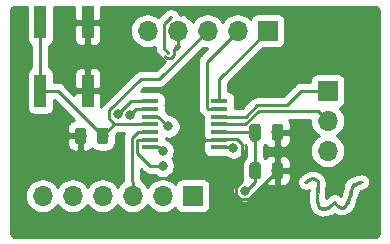
<source format=gbr>
G04 #@! TF.GenerationSoftware,KiCad,Pcbnew,5.1.2*
G04 #@! TF.CreationDate,2019-05-06T11:57:56-05:00*
G04 #@! TF.ProjectId,STM32L011Minimal,53544d33-324c-4303-9131-4d696e696d61,rev?*
G04 #@! TF.SameCoordinates,Original*
G04 #@! TF.FileFunction,Copper,L1,Top*
G04 #@! TF.FilePolarity,Positive*
%FSLAX46Y46*%
G04 Gerber Fmt 4.6, Leading zero omitted, Abs format (unit mm)*
G04 Created by KiCad (PCBNEW 5.1.2) date 2019-05-06 11:57:56*
%MOMM*%
%LPD*%
G04 APERTURE LIST*
%ADD10C,0.010000*%
%ADD11C,0.100000*%
%ADD12C,0.975000*%
%ADD13R,1.700000X1.700000*%
%ADD14O,1.700000X1.700000*%
%ADD15R,1.000000X2.800000*%
%ADD16R,1.450000X0.450000*%
%ADD17C,0.800000*%
%ADD18C,0.250000*%
%ADD19C,0.254000*%
G04 APERTURE END LIST*
D10*
G36*
X172869413Y-86079101D02*
G01*
X173052476Y-86171441D01*
X173188408Y-86305243D01*
X173195789Y-86316445D01*
X173234296Y-86386560D01*
X173255787Y-86461161D01*
X173262260Y-86561906D01*
X173255713Y-86710454D01*
X173244912Y-86849000D01*
X173231318Y-87057176D01*
X173220127Y-87315106D01*
X173212606Y-87587886D01*
X173210038Y-87809064D01*
X173210779Y-88041042D01*
X173215613Y-88205025D01*
X173226695Y-88317664D01*
X173246180Y-88395610D01*
X173276225Y-88455512D01*
X173297732Y-88486397D01*
X173383602Y-88571274D01*
X173497178Y-88611004D01*
X173570016Y-88619227D01*
X173817890Y-88600096D01*
X174045719Y-88502890D01*
X174259344Y-88324818D01*
X174314224Y-88263825D01*
X174418892Y-88150241D01*
X174509066Y-88068178D01*
X174566141Y-88034453D01*
X174568112Y-88034334D01*
X174623755Y-88067452D01*
X174697182Y-88151096D01*
X174729505Y-88198393D01*
X174876869Y-88389127D01*
X175026913Y-88503226D01*
X175174284Y-88539020D01*
X175313631Y-88494837D01*
X175407971Y-88410223D01*
X175488653Y-88301415D01*
X175558934Y-88173458D01*
X175626082Y-88009221D01*
X175697364Y-87791574D01*
X175755985Y-87589834D01*
X175815450Y-87379010D01*
X175877683Y-87159557D01*
X175931333Y-86971471D01*
X175942246Y-86933442D01*
X176021416Y-86658050D01*
X176449565Y-86494582D01*
X176667567Y-86415972D01*
X176815998Y-86373703D01*
X176901001Y-86366227D01*
X176922145Y-86375545D01*
X176952677Y-86434474D01*
X176919740Y-86494145D01*
X176817286Y-86559634D01*
X176639270Y-86636021D01*
X176589887Y-86654600D01*
X176430263Y-86716840D01*
X176299296Y-86773866D01*
X176219270Y-86815783D01*
X176208527Y-86823933D01*
X176180315Y-86880037D01*
X176136526Y-87001746D01*
X176082553Y-87172637D01*
X176023790Y-87376288D01*
X176007251Y-87436804D01*
X175896737Y-87818610D01*
X175790651Y-88123568D01*
X175684846Y-88359062D01*
X175575173Y-88532475D01*
X175457485Y-88651190D01*
X175327635Y-88722591D01*
X175276069Y-88738398D01*
X175102379Y-88741191D01*
X174918574Y-88674646D01*
X174746259Y-88547924D01*
X174692569Y-88490944D01*
X174541511Y-88314467D01*
X174371542Y-88491355D01*
X174187034Y-88657866D01*
X174003712Y-88760737D01*
X173790918Y-88814778D01*
X173676413Y-88827186D01*
X173518971Y-88833485D01*
X173409906Y-88817957D01*
X173314244Y-88773620D01*
X173272334Y-88746552D01*
X173144087Y-88618677D01*
X173052698Y-88431493D01*
X172997655Y-88181317D01*
X172978449Y-87864461D01*
X172994569Y-87477242D01*
X173039182Y-87063076D01*
X173067945Y-86811873D01*
X173075189Y-86628459D01*
X173057137Y-86497833D01*
X173010009Y-86404997D01*
X172930027Y-86334951D01*
X172843702Y-86287122D01*
X172698658Y-86242101D01*
X172560297Y-86260585D01*
X172412541Y-86347350D01*
X172296579Y-86449650D01*
X172201116Y-86535110D01*
X172138509Y-86565811D01*
X172086292Y-86551090D01*
X172073527Y-86542361D01*
X172026073Y-86497661D01*
X172032352Y-86448669D01*
X172070525Y-86389482D01*
X172179960Y-86276072D01*
X172332501Y-86169287D01*
X172497405Y-86086782D01*
X172643928Y-86046212D01*
X172670974Y-86044667D01*
X172869413Y-86079101D01*
X172869413Y-86079101D01*
G37*
X172869413Y-86079101D02*
X173052476Y-86171441D01*
X173188408Y-86305243D01*
X173195789Y-86316445D01*
X173234296Y-86386560D01*
X173255787Y-86461161D01*
X173262260Y-86561906D01*
X173255713Y-86710454D01*
X173244912Y-86849000D01*
X173231318Y-87057176D01*
X173220127Y-87315106D01*
X173212606Y-87587886D01*
X173210038Y-87809064D01*
X173210779Y-88041042D01*
X173215613Y-88205025D01*
X173226695Y-88317664D01*
X173246180Y-88395610D01*
X173276225Y-88455512D01*
X173297732Y-88486397D01*
X173383602Y-88571274D01*
X173497178Y-88611004D01*
X173570016Y-88619227D01*
X173817890Y-88600096D01*
X174045719Y-88502890D01*
X174259344Y-88324818D01*
X174314224Y-88263825D01*
X174418892Y-88150241D01*
X174509066Y-88068178D01*
X174566141Y-88034453D01*
X174568112Y-88034334D01*
X174623755Y-88067452D01*
X174697182Y-88151096D01*
X174729505Y-88198393D01*
X174876869Y-88389127D01*
X175026913Y-88503226D01*
X175174284Y-88539020D01*
X175313631Y-88494837D01*
X175407971Y-88410223D01*
X175488653Y-88301415D01*
X175558934Y-88173458D01*
X175626082Y-88009221D01*
X175697364Y-87791574D01*
X175755985Y-87589834D01*
X175815450Y-87379010D01*
X175877683Y-87159557D01*
X175931333Y-86971471D01*
X175942246Y-86933442D01*
X176021416Y-86658050D01*
X176449565Y-86494582D01*
X176667567Y-86415972D01*
X176815998Y-86373703D01*
X176901001Y-86366227D01*
X176922145Y-86375545D01*
X176952677Y-86434474D01*
X176919740Y-86494145D01*
X176817286Y-86559634D01*
X176639270Y-86636021D01*
X176589887Y-86654600D01*
X176430263Y-86716840D01*
X176299296Y-86773866D01*
X176219270Y-86815783D01*
X176208527Y-86823933D01*
X176180315Y-86880037D01*
X176136526Y-87001746D01*
X176082553Y-87172637D01*
X176023790Y-87376288D01*
X176007251Y-87436804D01*
X175896737Y-87818610D01*
X175790651Y-88123568D01*
X175684846Y-88359062D01*
X175575173Y-88532475D01*
X175457485Y-88651190D01*
X175327635Y-88722591D01*
X175276069Y-88738398D01*
X175102379Y-88741191D01*
X174918574Y-88674646D01*
X174746259Y-88547924D01*
X174692569Y-88490944D01*
X174541511Y-88314467D01*
X174371542Y-88491355D01*
X174187034Y-88657866D01*
X174003712Y-88760737D01*
X173790918Y-88814778D01*
X173676413Y-88827186D01*
X173518971Y-88833485D01*
X173409906Y-88817957D01*
X173314244Y-88773620D01*
X173272334Y-88746552D01*
X173144087Y-88618677D01*
X173052698Y-88431493D01*
X172997655Y-88181317D01*
X172978449Y-87864461D01*
X172994569Y-87477242D01*
X173039182Y-87063076D01*
X173067945Y-86811873D01*
X173075189Y-86628459D01*
X173057137Y-86497833D01*
X173010009Y-86404997D01*
X172930027Y-86334951D01*
X172843702Y-86287122D01*
X172698658Y-86242101D01*
X172560297Y-86260585D01*
X172412541Y-86347350D01*
X172296579Y-86449650D01*
X172201116Y-86535110D01*
X172138509Y-86565811D01*
X172086292Y-86551090D01*
X172073527Y-86542361D01*
X172026073Y-86497661D01*
X172032352Y-86448669D01*
X172070525Y-86389482D01*
X172179960Y-86276072D01*
X172332501Y-86169287D01*
X172497405Y-86086782D01*
X172643928Y-86046212D01*
X172670974Y-86044667D01*
X172869413Y-86079101D01*
D11*
G36*
X153332642Y-81851174D02*
G01*
X153356303Y-81854684D01*
X153379507Y-81860496D01*
X153402029Y-81868554D01*
X153423653Y-81878782D01*
X153444170Y-81891079D01*
X153463383Y-81905329D01*
X153481107Y-81921393D01*
X153497171Y-81939117D01*
X153511421Y-81958330D01*
X153523718Y-81978847D01*
X153533946Y-82000471D01*
X153542004Y-82022993D01*
X153547816Y-82046197D01*
X153551326Y-82069858D01*
X153552500Y-82093750D01*
X153552500Y-83006250D01*
X153551326Y-83030142D01*
X153547816Y-83053803D01*
X153542004Y-83077007D01*
X153533946Y-83099529D01*
X153523718Y-83121153D01*
X153511421Y-83141670D01*
X153497171Y-83160883D01*
X153481107Y-83178607D01*
X153463383Y-83194671D01*
X153444170Y-83208921D01*
X153423653Y-83221218D01*
X153402029Y-83231446D01*
X153379507Y-83239504D01*
X153356303Y-83245316D01*
X153332642Y-83248826D01*
X153308750Y-83250000D01*
X152821250Y-83250000D01*
X152797358Y-83248826D01*
X152773697Y-83245316D01*
X152750493Y-83239504D01*
X152727971Y-83231446D01*
X152706347Y-83221218D01*
X152685830Y-83208921D01*
X152666617Y-83194671D01*
X152648893Y-83178607D01*
X152632829Y-83160883D01*
X152618579Y-83141670D01*
X152606282Y-83121153D01*
X152596054Y-83099529D01*
X152587996Y-83077007D01*
X152582184Y-83053803D01*
X152578674Y-83030142D01*
X152577500Y-83006250D01*
X152577500Y-82093750D01*
X152578674Y-82069858D01*
X152582184Y-82046197D01*
X152587996Y-82022993D01*
X152596054Y-82000471D01*
X152606282Y-81978847D01*
X152618579Y-81958330D01*
X152632829Y-81939117D01*
X152648893Y-81921393D01*
X152666617Y-81905329D01*
X152685830Y-81891079D01*
X152706347Y-81878782D01*
X152727971Y-81868554D01*
X152750493Y-81860496D01*
X152773697Y-81854684D01*
X152797358Y-81851174D01*
X152821250Y-81850000D01*
X153308750Y-81850000D01*
X153332642Y-81851174D01*
X153332642Y-81851174D01*
G37*
D12*
X153065000Y-82550000D03*
D11*
G36*
X155207642Y-81851174D02*
G01*
X155231303Y-81854684D01*
X155254507Y-81860496D01*
X155277029Y-81868554D01*
X155298653Y-81878782D01*
X155319170Y-81891079D01*
X155338383Y-81905329D01*
X155356107Y-81921393D01*
X155372171Y-81939117D01*
X155386421Y-81958330D01*
X155398718Y-81978847D01*
X155408946Y-82000471D01*
X155417004Y-82022993D01*
X155422816Y-82046197D01*
X155426326Y-82069858D01*
X155427500Y-82093750D01*
X155427500Y-83006250D01*
X155426326Y-83030142D01*
X155422816Y-83053803D01*
X155417004Y-83077007D01*
X155408946Y-83099529D01*
X155398718Y-83121153D01*
X155386421Y-83141670D01*
X155372171Y-83160883D01*
X155356107Y-83178607D01*
X155338383Y-83194671D01*
X155319170Y-83208921D01*
X155298653Y-83221218D01*
X155277029Y-83231446D01*
X155254507Y-83239504D01*
X155231303Y-83245316D01*
X155207642Y-83248826D01*
X155183750Y-83250000D01*
X154696250Y-83250000D01*
X154672358Y-83248826D01*
X154648697Y-83245316D01*
X154625493Y-83239504D01*
X154602971Y-83231446D01*
X154581347Y-83221218D01*
X154560830Y-83208921D01*
X154541617Y-83194671D01*
X154523893Y-83178607D01*
X154507829Y-83160883D01*
X154493579Y-83141670D01*
X154481282Y-83121153D01*
X154471054Y-83099529D01*
X154462996Y-83077007D01*
X154457184Y-83053803D01*
X154453674Y-83030142D01*
X154452500Y-83006250D01*
X154452500Y-82093750D01*
X154453674Y-82069858D01*
X154457184Y-82046197D01*
X154462996Y-82022993D01*
X154471054Y-82000471D01*
X154481282Y-81978847D01*
X154493579Y-81958330D01*
X154507829Y-81939117D01*
X154523893Y-81921393D01*
X154541617Y-81905329D01*
X154560830Y-81891079D01*
X154581347Y-81878782D01*
X154602971Y-81868554D01*
X154625493Y-81860496D01*
X154648697Y-81854684D01*
X154672358Y-81851174D01*
X154696250Y-81850000D01*
X155183750Y-81850000D01*
X155207642Y-81851174D01*
X155207642Y-81851174D01*
G37*
D12*
X154940000Y-82550000D03*
D11*
G36*
X168117642Y-81551174D02*
G01*
X168141303Y-81554684D01*
X168164507Y-81560496D01*
X168187029Y-81568554D01*
X168208653Y-81578782D01*
X168229170Y-81591079D01*
X168248383Y-81605329D01*
X168266107Y-81621393D01*
X168282171Y-81639117D01*
X168296421Y-81658330D01*
X168308718Y-81678847D01*
X168318946Y-81700471D01*
X168327004Y-81722993D01*
X168332816Y-81746197D01*
X168336326Y-81769858D01*
X168337500Y-81793750D01*
X168337500Y-82706250D01*
X168336326Y-82730142D01*
X168332816Y-82753803D01*
X168327004Y-82777007D01*
X168318946Y-82799529D01*
X168308718Y-82821153D01*
X168296421Y-82841670D01*
X168282171Y-82860883D01*
X168266107Y-82878607D01*
X168248383Y-82894671D01*
X168229170Y-82908921D01*
X168208653Y-82921218D01*
X168187029Y-82931446D01*
X168164507Y-82939504D01*
X168141303Y-82945316D01*
X168117642Y-82948826D01*
X168093750Y-82950000D01*
X167606250Y-82950000D01*
X167582358Y-82948826D01*
X167558697Y-82945316D01*
X167535493Y-82939504D01*
X167512971Y-82931446D01*
X167491347Y-82921218D01*
X167470830Y-82908921D01*
X167451617Y-82894671D01*
X167433893Y-82878607D01*
X167417829Y-82860883D01*
X167403579Y-82841670D01*
X167391282Y-82821153D01*
X167381054Y-82799529D01*
X167372996Y-82777007D01*
X167367184Y-82753803D01*
X167363674Y-82730142D01*
X167362500Y-82706250D01*
X167362500Y-81793750D01*
X167363674Y-81769858D01*
X167367184Y-81746197D01*
X167372996Y-81722993D01*
X167381054Y-81700471D01*
X167391282Y-81678847D01*
X167403579Y-81658330D01*
X167417829Y-81639117D01*
X167433893Y-81621393D01*
X167451617Y-81605329D01*
X167470830Y-81591079D01*
X167491347Y-81578782D01*
X167512971Y-81568554D01*
X167535493Y-81560496D01*
X167558697Y-81554684D01*
X167582358Y-81551174D01*
X167606250Y-81550000D01*
X168093750Y-81550000D01*
X168117642Y-81551174D01*
X168117642Y-81551174D01*
G37*
D12*
X167850000Y-82250000D03*
D11*
G36*
X169992642Y-81551174D02*
G01*
X170016303Y-81554684D01*
X170039507Y-81560496D01*
X170062029Y-81568554D01*
X170083653Y-81578782D01*
X170104170Y-81591079D01*
X170123383Y-81605329D01*
X170141107Y-81621393D01*
X170157171Y-81639117D01*
X170171421Y-81658330D01*
X170183718Y-81678847D01*
X170193946Y-81700471D01*
X170202004Y-81722993D01*
X170207816Y-81746197D01*
X170211326Y-81769858D01*
X170212500Y-81793750D01*
X170212500Y-82706250D01*
X170211326Y-82730142D01*
X170207816Y-82753803D01*
X170202004Y-82777007D01*
X170193946Y-82799529D01*
X170183718Y-82821153D01*
X170171421Y-82841670D01*
X170157171Y-82860883D01*
X170141107Y-82878607D01*
X170123383Y-82894671D01*
X170104170Y-82908921D01*
X170083653Y-82921218D01*
X170062029Y-82931446D01*
X170039507Y-82939504D01*
X170016303Y-82945316D01*
X169992642Y-82948826D01*
X169968750Y-82950000D01*
X169481250Y-82950000D01*
X169457358Y-82948826D01*
X169433697Y-82945316D01*
X169410493Y-82939504D01*
X169387971Y-82931446D01*
X169366347Y-82921218D01*
X169345830Y-82908921D01*
X169326617Y-82894671D01*
X169308893Y-82878607D01*
X169292829Y-82860883D01*
X169278579Y-82841670D01*
X169266282Y-82821153D01*
X169256054Y-82799529D01*
X169247996Y-82777007D01*
X169242184Y-82753803D01*
X169238674Y-82730142D01*
X169237500Y-82706250D01*
X169237500Y-81793750D01*
X169238674Y-81769858D01*
X169242184Y-81746197D01*
X169247996Y-81722993D01*
X169256054Y-81700471D01*
X169266282Y-81678847D01*
X169278579Y-81658330D01*
X169292829Y-81639117D01*
X169308893Y-81621393D01*
X169326617Y-81605329D01*
X169345830Y-81591079D01*
X169366347Y-81578782D01*
X169387971Y-81568554D01*
X169410493Y-81560496D01*
X169433697Y-81554684D01*
X169457358Y-81551174D01*
X169481250Y-81550000D01*
X169968750Y-81550000D01*
X169992642Y-81551174D01*
X169992642Y-81551174D01*
G37*
D12*
X169725000Y-82250000D03*
D11*
G36*
X169992642Y-84801174D02*
G01*
X170016303Y-84804684D01*
X170039507Y-84810496D01*
X170062029Y-84818554D01*
X170083653Y-84828782D01*
X170104170Y-84841079D01*
X170123383Y-84855329D01*
X170141107Y-84871393D01*
X170157171Y-84889117D01*
X170171421Y-84908330D01*
X170183718Y-84928847D01*
X170193946Y-84950471D01*
X170202004Y-84972993D01*
X170207816Y-84996197D01*
X170211326Y-85019858D01*
X170212500Y-85043750D01*
X170212500Y-85956250D01*
X170211326Y-85980142D01*
X170207816Y-86003803D01*
X170202004Y-86027007D01*
X170193946Y-86049529D01*
X170183718Y-86071153D01*
X170171421Y-86091670D01*
X170157171Y-86110883D01*
X170141107Y-86128607D01*
X170123383Y-86144671D01*
X170104170Y-86158921D01*
X170083653Y-86171218D01*
X170062029Y-86181446D01*
X170039507Y-86189504D01*
X170016303Y-86195316D01*
X169992642Y-86198826D01*
X169968750Y-86200000D01*
X169481250Y-86200000D01*
X169457358Y-86198826D01*
X169433697Y-86195316D01*
X169410493Y-86189504D01*
X169387971Y-86181446D01*
X169366347Y-86171218D01*
X169345830Y-86158921D01*
X169326617Y-86144671D01*
X169308893Y-86128607D01*
X169292829Y-86110883D01*
X169278579Y-86091670D01*
X169266282Y-86071153D01*
X169256054Y-86049529D01*
X169247996Y-86027007D01*
X169242184Y-86003803D01*
X169238674Y-85980142D01*
X169237500Y-85956250D01*
X169237500Y-85043750D01*
X169238674Y-85019858D01*
X169242184Y-84996197D01*
X169247996Y-84972993D01*
X169256054Y-84950471D01*
X169266282Y-84928847D01*
X169278579Y-84908330D01*
X169292829Y-84889117D01*
X169308893Y-84871393D01*
X169326617Y-84855329D01*
X169345830Y-84841079D01*
X169366347Y-84828782D01*
X169387971Y-84818554D01*
X169410493Y-84810496D01*
X169433697Y-84804684D01*
X169457358Y-84801174D01*
X169481250Y-84800000D01*
X169968750Y-84800000D01*
X169992642Y-84801174D01*
X169992642Y-84801174D01*
G37*
D12*
X169725000Y-85500000D03*
D11*
G36*
X168117642Y-84801174D02*
G01*
X168141303Y-84804684D01*
X168164507Y-84810496D01*
X168187029Y-84818554D01*
X168208653Y-84828782D01*
X168229170Y-84841079D01*
X168248383Y-84855329D01*
X168266107Y-84871393D01*
X168282171Y-84889117D01*
X168296421Y-84908330D01*
X168308718Y-84928847D01*
X168318946Y-84950471D01*
X168327004Y-84972993D01*
X168332816Y-84996197D01*
X168336326Y-85019858D01*
X168337500Y-85043750D01*
X168337500Y-85956250D01*
X168336326Y-85980142D01*
X168332816Y-86003803D01*
X168327004Y-86027007D01*
X168318946Y-86049529D01*
X168308718Y-86071153D01*
X168296421Y-86091670D01*
X168282171Y-86110883D01*
X168266107Y-86128607D01*
X168248383Y-86144671D01*
X168229170Y-86158921D01*
X168208653Y-86171218D01*
X168187029Y-86181446D01*
X168164507Y-86189504D01*
X168141303Y-86195316D01*
X168117642Y-86198826D01*
X168093750Y-86200000D01*
X167606250Y-86200000D01*
X167582358Y-86198826D01*
X167558697Y-86195316D01*
X167535493Y-86189504D01*
X167512971Y-86181446D01*
X167491347Y-86171218D01*
X167470830Y-86158921D01*
X167451617Y-86144671D01*
X167433893Y-86128607D01*
X167417829Y-86110883D01*
X167403579Y-86091670D01*
X167391282Y-86071153D01*
X167381054Y-86049529D01*
X167372996Y-86027007D01*
X167367184Y-86003803D01*
X167363674Y-85980142D01*
X167362500Y-85956250D01*
X167362500Y-85043750D01*
X167363674Y-85019858D01*
X167367184Y-84996197D01*
X167372996Y-84972993D01*
X167381054Y-84950471D01*
X167391282Y-84928847D01*
X167403579Y-84908330D01*
X167417829Y-84889117D01*
X167433893Y-84871393D01*
X167451617Y-84855329D01*
X167470830Y-84841079D01*
X167491347Y-84828782D01*
X167512971Y-84818554D01*
X167535493Y-84810496D01*
X167558697Y-84804684D01*
X167582358Y-84801174D01*
X167606250Y-84800000D01*
X168093750Y-84800000D01*
X168117642Y-84801174D01*
X168117642Y-84801174D01*
G37*
D12*
X167850000Y-85500000D03*
D13*
X173990000Y-78740000D03*
D14*
X173990000Y-81280000D03*
X173990000Y-83820000D03*
D13*
X162560000Y-87630000D03*
D14*
X160020000Y-87630000D03*
X157480000Y-87630000D03*
X154940000Y-87630000D03*
X152400000Y-87630000D03*
X149860000Y-87630000D03*
D13*
X168910000Y-73660000D03*
D14*
X166370000Y-73660000D03*
X163830000Y-73660000D03*
X161290000Y-73660000D03*
X158750000Y-73660000D03*
D15*
X153670000Y-72940000D03*
X153670000Y-78740000D03*
X149670000Y-72940000D03*
X149670000Y-78740000D03*
D16*
X158905001Y-79615001D03*
X158905001Y-80265001D03*
X158905001Y-80915001D03*
X158905001Y-81565001D03*
X158905001Y-82215001D03*
X158905001Y-82865001D03*
X158905001Y-83515001D03*
X164805001Y-83515001D03*
X164805001Y-82865001D03*
X164805001Y-82215001D03*
X164805001Y-81565001D03*
X164805001Y-80915001D03*
X164805001Y-80265001D03*
X164805001Y-79615001D03*
D17*
X176500000Y-73500000D03*
X176500000Y-89500000D03*
X148000000Y-89500000D03*
X148000000Y-73500000D03*
X151750000Y-73250000D03*
X166950000Y-87200000D03*
X166000000Y-83550000D03*
X160020000Y-83820000D03*
X160020000Y-85090000D03*
X160500000Y-81750000D03*
X157250000Y-80750000D03*
X156237347Y-80737347D03*
D18*
X160114999Y-73095999D02*
X160725999Y-72484999D01*
X160500000Y-75500000D02*
X160114999Y-75114999D01*
X160114999Y-75114999D02*
X160114999Y-73095999D01*
X160686401Y-75950009D02*
X160313599Y-75950009D01*
X160950009Y-75686401D02*
X160686401Y-75950009D01*
X160950009Y-75202072D02*
X160950009Y-75686401D01*
X161290000Y-73660000D02*
X161290000Y-74862081D01*
X161290000Y-74862081D02*
X160950009Y-75202072D01*
X160313599Y-75950009D02*
X160181795Y-75818205D01*
X164805001Y-82865001D02*
X163115001Y-82865001D01*
X167299999Y-87925001D02*
X169168763Y-86056237D01*
X169168763Y-86056237D02*
X169725000Y-85500000D01*
X166601999Y-87925001D02*
X167299999Y-87925001D01*
X166224999Y-87548001D02*
X166601999Y-87925001D01*
X166224999Y-86851999D02*
X166224999Y-87548001D01*
X166348001Y-82824999D02*
X166725001Y-83201999D01*
X165405003Y-82824999D02*
X166348001Y-82824999D01*
X165365001Y-82865001D02*
X165405003Y-82824999D01*
X166725001Y-86351997D02*
X166224999Y-86851999D01*
X166725001Y-83201999D02*
X166725001Y-86351997D01*
X164805001Y-82865001D02*
X165365001Y-82865001D01*
X167589999Y-82865001D02*
X167905000Y-82550000D01*
X155924999Y-81565001D02*
X154940000Y-82550000D01*
X158905001Y-81565001D02*
X155924999Y-81565001D01*
X151130000Y-78740000D02*
X149670000Y-78740000D01*
X154940000Y-82550000D02*
X151130000Y-78740000D01*
X155512346Y-80389346D02*
X158151692Y-77750000D01*
X155512346Y-81085348D02*
X155512346Y-80389346D01*
X158905001Y-81565001D02*
X155991999Y-81565001D01*
X155991999Y-81565001D02*
X155512346Y-81085348D01*
X159740000Y-77750000D02*
X163830000Y-73660000D01*
X158151692Y-77750000D02*
X159740000Y-77750000D01*
X149670000Y-78740000D02*
X149670000Y-72940000D01*
X167850000Y-85500000D02*
X167850000Y-82250000D01*
X167815001Y-82215001D02*
X167850000Y-82250000D01*
X164805001Y-82215001D02*
X167815001Y-82215001D01*
X167850000Y-86450000D02*
X167850000Y-85500000D01*
X166950000Y-87200000D02*
X167100000Y-87200000D01*
X167100000Y-87200000D02*
X167850000Y-86450000D01*
X167044239Y-80915001D02*
X167979249Y-79979991D01*
X164805001Y-80915001D02*
X167044239Y-80915001D01*
X171760000Y-78740000D02*
X173990000Y-78740000D01*
X170520009Y-79979991D02*
X171760000Y-78740000D01*
X167979249Y-79979991D02*
X170520009Y-79979991D01*
X173140001Y-80430001D02*
X173990000Y-81280000D01*
X168165649Y-80430001D02*
X173140001Y-80430001D01*
X164805001Y-81565001D02*
X167030649Y-81565001D01*
X167030649Y-81565001D02*
X168165649Y-80430001D01*
X164805001Y-83515001D02*
X165965001Y-83515001D01*
X165965001Y-83515001D02*
X166000000Y-83550000D01*
X158905001Y-83515001D02*
X159715001Y-83515001D01*
X159715001Y-83515001D02*
X160020000Y-83820000D01*
X158944998Y-85090000D02*
X160020000Y-85090000D01*
X157855000Y-84000002D02*
X158944998Y-85090000D01*
X157855000Y-82940002D02*
X157855000Y-84000002D01*
X158905001Y-82865001D02*
X157930001Y-82865001D01*
X157930001Y-82865001D02*
X157855000Y-82940002D01*
X157480000Y-86427919D02*
X157480000Y-87630000D01*
X157404990Y-86352909D02*
X157480000Y-86427919D01*
X157404990Y-82740012D02*
X157404990Y-86352909D01*
X157930001Y-82215001D02*
X157404990Y-82740012D01*
X158905001Y-82215001D02*
X157930001Y-82215001D01*
X158905001Y-80915001D02*
X159665001Y-80915001D01*
X159665001Y-80915001D02*
X160500000Y-81750000D01*
X158905001Y-80265001D02*
X157734999Y-80265001D01*
X157734999Y-80265001D02*
X157250000Y-80750000D01*
X158905001Y-79615001D02*
X157359693Y-79615001D01*
X157359693Y-79615001D02*
X156237347Y-80737347D01*
X164805001Y-77764999D02*
X168910000Y-73660000D01*
X164805001Y-79615001D02*
X164805001Y-77764999D01*
X163755000Y-76275000D02*
X165520001Y-74509999D01*
X165520001Y-74509999D02*
X166370000Y-73660000D01*
X163755000Y-80190000D02*
X163755000Y-76275000D01*
X163830001Y-80265001D02*
X163755000Y-80190000D01*
X164805001Y-80265001D02*
X163830001Y-80265001D01*
D19*
G36*
X148531928Y-74340000D02*
G01*
X148544188Y-74464482D01*
X148580498Y-74584180D01*
X148639463Y-74694494D01*
X148718815Y-74791185D01*
X148815506Y-74870537D01*
X148910001Y-74921046D01*
X148910000Y-76758954D01*
X148815506Y-76809463D01*
X148718815Y-76888815D01*
X148639463Y-76985506D01*
X148580498Y-77095820D01*
X148544188Y-77215518D01*
X148531928Y-77340000D01*
X148531928Y-80140000D01*
X148544188Y-80264482D01*
X148580498Y-80384180D01*
X148639463Y-80494494D01*
X148718815Y-80591185D01*
X148815506Y-80670537D01*
X148925820Y-80729502D01*
X149045518Y-80765812D01*
X149170000Y-80778072D01*
X150170000Y-80778072D01*
X150294482Y-80765812D01*
X150414180Y-80729502D01*
X150524494Y-80670537D01*
X150621185Y-80591185D01*
X150700537Y-80494494D01*
X150759502Y-80384180D01*
X150795812Y-80264482D01*
X150808072Y-80140000D01*
X150808072Y-79500000D01*
X150815199Y-79500000D01*
X152531643Y-81216444D01*
X152453018Y-81224188D01*
X152333320Y-81260498D01*
X152223006Y-81319463D01*
X152126315Y-81398815D01*
X152046963Y-81495506D01*
X151987998Y-81605820D01*
X151951688Y-81725518D01*
X151939428Y-81850000D01*
X151942500Y-82264250D01*
X152101250Y-82423000D01*
X152938000Y-82423000D01*
X152938000Y-82403000D01*
X153192000Y-82403000D01*
X153192000Y-82423000D01*
X153212000Y-82423000D01*
X153212000Y-82677000D01*
X153192000Y-82677000D01*
X153192000Y-83726250D01*
X153350750Y-83885000D01*
X153552500Y-83888072D01*
X153676982Y-83875812D01*
X153796680Y-83839502D01*
X153906994Y-83780537D01*
X154003685Y-83701185D01*
X154067492Y-83623436D01*
X154072708Y-83629792D01*
X154206336Y-83739458D01*
X154358791Y-83820947D01*
X154524215Y-83871128D01*
X154696250Y-83888072D01*
X155183750Y-83888072D01*
X155355785Y-83871128D01*
X155521209Y-83820947D01*
X155673664Y-83739458D01*
X155807292Y-83629792D01*
X155916958Y-83496164D01*
X155998447Y-83343709D01*
X156048628Y-83178285D01*
X156065572Y-83006250D01*
X156065572Y-82499230D01*
X156239801Y-82325001D01*
X156765064Y-82325001D01*
X156725518Y-82398985D01*
X156699444Y-82447766D01*
X156655987Y-82591027D01*
X156644990Y-82702680D01*
X156644990Y-82702690D01*
X156641314Y-82740012D01*
X156644990Y-82777335D01*
X156644991Y-86315577D01*
X156641314Y-86352909D01*
X156644991Y-86390242D01*
X156645353Y-86393917D01*
X156424866Y-86574866D01*
X156239294Y-86800986D01*
X156210000Y-86855791D01*
X156180706Y-86800986D01*
X155995134Y-86574866D01*
X155769014Y-86389294D01*
X155511034Y-86251401D01*
X155231111Y-86166487D01*
X155012950Y-86145000D01*
X154867050Y-86145000D01*
X154648889Y-86166487D01*
X154368966Y-86251401D01*
X154110986Y-86389294D01*
X153884866Y-86574866D01*
X153699294Y-86800986D01*
X153670000Y-86855791D01*
X153640706Y-86800986D01*
X153455134Y-86574866D01*
X153229014Y-86389294D01*
X152971034Y-86251401D01*
X152691111Y-86166487D01*
X152472950Y-86145000D01*
X152327050Y-86145000D01*
X152108889Y-86166487D01*
X151828966Y-86251401D01*
X151570986Y-86389294D01*
X151344866Y-86574866D01*
X151159294Y-86800986D01*
X151130000Y-86855791D01*
X151100706Y-86800986D01*
X150915134Y-86574866D01*
X150689014Y-86389294D01*
X150431034Y-86251401D01*
X150151111Y-86166487D01*
X149932950Y-86145000D01*
X149787050Y-86145000D01*
X149568889Y-86166487D01*
X149288966Y-86251401D01*
X149030986Y-86389294D01*
X148804866Y-86574866D01*
X148619294Y-86800986D01*
X148481401Y-87058966D01*
X148396487Y-87338889D01*
X148367815Y-87630000D01*
X148396487Y-87921111D01*
X148481401Y-88201034D01*
X148619294Y-88459014D01*
X148804866Y-88685134D01*
X149030986Y-88870706D01*
X149288966Y-89008599D01*
X149568889Y-89093513D01*
X149787050Y-89115000D01*
X149932950Y-89115000D01*
X150151111Y-89093513D01*
X150431034Y-89008599D01*
X150689014Y-88870706D01*
X150915134Y-88685134D01*
X151100706Y-88459014D01*
X151130000Y-88404209D01*
X151159294Y-88459014D01*
X151344866Y-88685134D01*
X151570986Y-88870706D01*
X151828966Y-89008599D01*
X152108889Y-89093513D01*
X152327050Y-89115000D01*
X152472950Y-89115000D01*
X152691111Y-89093513D01*
X152971034Y-89008599D01*
X153229014Y-88870706D01*
X153455134Y-88685134D01*
X153640706Y-88459014D01*
X153670000Y-88404209D01*
X153699294Y-88459014D01*
X153884866Y-88685134D01*
X154110986Y-88870706D01*
X154368966Y-89008599D01*
X154648889Y-89093513D01*
X154867050Y-89115000D01*
X155012950Y-89115000D01*
X155231111Y-89093513D01*
X155511034Y-89008599D01*
X155769014Y-88870706D01*
X155995134Y-88685134D01*
X156180706Y-88459014D01*
X156210000Y-88404209D01*
X156239294Y-88459014D01*
X156424866Y-88685134D01*
X156650986Y-88870706D01*
X156908966Y-89008599D01*
X157188889Y-89093513D01*
X157407050Y-89115000D01*
X157552950Y-89115000D01*
X157771111Y-89093513D01*
X158051034Y-89008599D01*
X158309014Y-88870706D01*
X158535134Y-88685134D01*
X158720706Y-88459014D01*
X158750000Y-88404209D01*
X158779294Y-88459014D01*
X158964866Y-88685134D01*
X159190986Y-88870706D01*
X159448966Y-89008599D01*
X159728889Y-89093513D01*
X159947050Y-89115000D01*
X160092950Y-89115000D01*
X160311111Y-89093513D01*
X160591034Y-89008599D01*
X160849014Y-88870706D01*
X161075134Y-88685134D01*
X161099607Y-88655313D01*
X161120498Y-88724180D01*
X161179463Y-88834494D01*
X161258815Y-88931185D01*
X161355506Y-89010537D01*
X161465820Y-89069502D01*
X161585518Y-89105812D01*
X161710000Y-89118072D01*
X163410000Y-89118072D01*
X163534482Y-89105812D01*
X163654180Y-89069502D01*
X163764494Y-89010537D01*
X163861185Y-88931185D01*
X163940537Y-88834494D01*
X163999502Y-88724180D01*
X164035812Y-88604482D01*
X164048072Y-88480000D01*
X164048072Y-86780000D01*
X164035812Y-86655518D01*
X163999502Y-86535820D01*
X163940537Y-86425506D01*
X163861185Y-86328815D01*
X163764494Y-86249463D01*
X163654180Y-86190498D01*
X163534482Y-86154188D01*
X163410000Y-86141928D01*
X161710000Y-86141928D01*
X161585518Y-86154188D01*
X161465820Y-86190498D01*
X161355506Y-86249463D01*
X161258815Y-86328815D01*
X161179463Y-86425506D01*
X161120498Y-86535820D01*
X161099607Y-86604687D01*
X161075134Y-86574866D01*
X160849014Y-86389294D01*
X160591034Y-86251401D01*
X160311111Y-86166487D01*
X160092950Y-86145000D01*
X159947050Y-86145000D01*
X159728889Y-86166487D01*
X159448966Y-86251401D01*
X159190986Y-86389294D01*
X158964866Y-86574866D01*
X158779294Y-86800986D01*
X158750000Y-86855791D01*
X158720706Y-86800986D01*
X158535134Y-86574866D01*
X158309014Y-86389294D01*
X158236031Y-86350284D01*
X158229003Y-86278933D01*
X158185546Y-86135672D01*
X158164990Y-86097215D01*
X158164990Y-85384794D01*
X158381199Y-85601003D01*
X158404997Y-85630001D01*
X158433995Y-85653799D01*
X158520721Y-85724974D01*
X158631618Y-85784250D01*
X158652751Y-85795546D01*
X158796012Y-85839003D01*
X158907665Y-85850000D01*
X158907675Y-85850000D01*
X158944998Y-85853676D01*
X158982321Y-85850000D01*
X159316289Y-85850000D01*
X159360226Y-85893937D01*
X159529744Y-86007205D01*
X159718102Y-86085226D01*
X159918061Y-86125000D01*
X160121939Y-86125000D01*
X160321898Y-86085226D01*
X160510256Y-86007205D01*
X160679774Y-85893937D01*
X160823937Y-85749774D01*
X160937205Y-85580256D01*
X161015226Y-85391898D01*
X161055000Y-85191939D01*
X161055000Y-84988061D01*
X161015226Y-84788102D01*
X160937205Y-84599744D01*
X160840490Y-84455000D01*
X160937205Y-84310256D01*
X161015226Y-84121898D01*
X161055000Y-83921939D01*
X161055000Y-83718061D01*
X161015226Y-83518102D01*
X160937205Y-83329744D01*
X160823937Y-83160226D01*
X160679774Y-83016063D01*
X160510256Y-82902795D01*
X160321898Y-82824774D01*
X160268073Y-82814068D01*
X160268073Y-82759144D01*
X160398061Y-82785000D01*
X160601939Y-82785000D01*
X160801898Y-82745226D01*
X160990256Y-82667205D01*
X161159774Y-82553937D01*
X161303937Y-82409774D01*
X161417205Y-82240256D01*
X161495226Y-82051898D01*
X161535000Y-81851939D01*
X161535000Y-81648061D01*
X161495226Y-81448102D01*
X161417205Y-81259744D01*
X161303937Y-81090226D01*
X161159774Y-80946063D01*
X160990256Y-80832795D01*
X160801898Y-80754774D01*
X160601939Y-80715000D01*
X160539801Y-80715000D01*
X160268073Y-80443272D01*
X160268073Y-80040001D01*
X160258224Y-79940001D01*
X160268073Y-79840001D01*
X160268073Y-79390001D01*
X160255813Y-79265519D01*
X160219503Y-79145821D01*
X160160538Y-79035507D01*
X160081186Y-78938816D01*
X159984495Y-78859464D01*
X159874181Y-78800499D01*
X159754483Y-78764189D01*
X159630001Y-78751929D01*
X158224565Y-78751929D01*
X158466494Y-78510000D01*
X159702678Y-78510000D01*
X159740000Y-78513676D01*
X159777322Y-78510000D01*
X159777333Y-78510000D01*
X159888986Y-78499003D01*
X160032247Y-78455546D01*
X160164276Y-78384974D01*
X160280001Y-78290001D01*
X160303804Y-78260997D01*
X163464005Y-75100797D01*
X163538889Y-75123513D01*
X163757050Y-75145000D01*
X163810199Y-75145000D01*
X163243998Y-75711201D01*
X163215000Y-75734999D01*
X163191202Y-75763997D01*
X163191201Y-75763998D01*
X163120026Y-75850724D01*
X163049454Y-75982754D01*
X163005998Y-76126015D01*
X162991324Y-76275000D01*
X162995001Y-76312332D01*
X162995000Y-80152677D01*
X162991324Y-80190000D01*
X162995000Y-80227322D01*
X162995000Y-80227332D01*
X163005997Y-80338985D01*
X163038405Y-80445821D01*
X163049454Y-80482246D01*
X163120026Y-80614276D01*
X163126984Y-80622754D01*
X163214999Y-80730001D01*
X163244000Y-80753802D01*
X163266200Y-80776002D01*
X163290000Y-80805002D01*
X163405725Y-80899975D01*
X163441929Y-80919327D01*
X163441929Y-81140001D01*
X163451778Y-81240001D01*
X163441929Y-81340001D01*
X163441929Y-81790001D01*
X163451778Y-81890001D01*
X163441929Y-81990001D01*
X163441929Y-82440001D01*
X163452096Y-82543228D01*
X163445001Y-82608251D01*
X163477248Y-82640498D01*
X163490499Y-82684181D01*
X163549464Y-82794495D01*
X163607327Y-82865001D01*
X163549464Y-82935507D01*
X163490499Y-83045821D01*
X163477248Y-83089504D01*
X163445001Y-83121751D01*
X163452096Y-83186774D01*
X163441929Y-83290001D01*
X163441929Y-83740001D01*
X163454189Y-83864483D01*
X163490499Y-83984181D01*
X163549464Y-84094495D01*
X163628816Y-84191186D01*
X163725507Y-84270538D01*
X163835821Y-84329503D01*
X163955519Y-84365813D01*
X164080001Y-84378073D01*
X165376348Y-84378073D01*
X165509744Y-84467205D01*
X165698102Y-84545226D01*
X165898061Y-84585000D01*
X166101939Y-84585000D01*
X166301898Y-84545226D01*
X166490256Y-84467205D01*
X166659774Y-84353937D01*
X166803937Y-84209774D01*
X166917205Y-84040256D01*
X166995226Y-83851898D01*
X167035000Y-83651939D01*
X167035000Y-83448061D01*
X167018897Y-83367105D01*
X167049998Y-83405002D01*
X167090001Y-83437831D01*
X167090000Y-84332155D01*
X166982708Y-84420208D01*
X166873042Y-84553836D01*
X166791553Y-84706291D01*
X166741372Y-84871715D01*
X166724428Y-85043750D01*
X166724428Y-85956250D01*
X166741372Y-86128285D01*
X166757947Y-86182925D01*
X166648102Y-86204774D01*
X166459744Y-86282795D01*
X166290226Y-86396063D01*
X166146063Y-86540226D01*
X166032795Y-86709744D01*
X165954774Y-86898102D01*
X165915000Y-87098061D01*
X165915000Y-87301939D01*
X165954774Y-87501898D01*
X166032795Y-87690256D01*
X166146063Y-87859774D01*
X166290226Y-88003937D01*
X166459744Y-88117205D01*
X166648102Y-88195226D01*
X166848061Y-88235000D01*
X167051939Y-88235000D01*
X167251898Y-88195226D01*
X167440256Y-88117205D01*
X167609774Y-88003937D01*
X167753937Y-87859774D01*
X167867205Y-87690256D01*
X167945226Y-87501898D01*
X167963184Y-87411618D01*
X168361004Y-87013798D01*
X168390001Y-86990001D01*
X168484974Y-86874276D01*
X168555546Y-86742247D01*
X168569217Y-86697180D01*
X168583664Y-86689458D01*
X168717292Y-86579792D01*
X168722508Y-86573436D01*
X168786315Y-86651185D01*
X168883006Y-86730537D01*
X168993320Y-86789502D01*
X169113018Y-86825812D01*
X169237500Y-86838072D01*
X169439250Y-86835000D01*
X169598000Y-86676250D01*
X169598000Y-85627000D01*
X169852000Y-85627000D01*
X169852000Y-86676250D01*
X170010750Y-86835000D01*
X170212500Y-86838072D01*
X170336982Y-86825812D01*
X170456680Y-86789502D01*
X170566994Y-86730537D01*
X170663685Y-86651185D01*
X170743037Y-86554494D01*
X170766777Y-86510079D01*
X171386193Y-86510079D01*
X171388016Y-86525572D01*
X171387553Y-86541153D01*
X171395299Y-86587456D01*
X171400791Y-86634129D01*
X171405590Y-86648975D01*
X171408161Y-86664347D01*
X171424759Y-86708283D01*
X171439207Y-86752981D01*
X171446791Y-86766600D01*
X171452304Y-86781193D01*
X171477130Y-86821083D01*
X171499976Y-86862108D01*
X171510064Y-86873998D01*
X171518304Y-86887238D01*
X171550392Y-86921532D01*
X171580783Y-86957353D01*
X171587245Y-86963526D01*
X171634699Y-87008226D01*
X171670578Y-87035944D01*
X171673114Y-87038131D01*
X171684011Y-87048856D01*
X171690527Y-87053144D01*
X171704927Y-87065558D01*
X171712269Y-87070653D01*
X171725034Y-87079382D01*
X171731150Y-87082739D01*
X171733544Y-87084589D01*
X171744114Y-87089856D01*
X171757458Y-87097182D01*
X171788357Y-87117512D01*
X171812077Y-87127165D01*
X171834526Y-87139489D01*
X171869782Y-87150649D01*
X171904049Y-87164595D01*
X171912633Y-87167079D01*
X171964849Y-87181800D01*
X172005883Y-87189142D01*
X172046367Y-87199144D01*
X172067242Y-87200120D01*
X172087803Y-87203799D01*
X172129479Y-87203031D01*
X172171137Y-87204979D01*
X172191804Y-87201882D01*
X172212688Y-87201497D01*
X172253428Y-87192647D01*
X172294664Y-87186468D01*
X172314330Y-87179418D01*
X172334747Y-87174983D01*
X172372990Y-87158390D01*
X172385704Y-87153832D01*
X172358250Y-87408699D01*
X172358091Y-87425289D01*
X172355556Y-87441696D01*
X172355123Y-87450622D01*
X172339003Y-87837841D01*
X172340588Y-87866045D01*
X172339143Y-87894260D01*
X172339621Y-87903183D01*
X172358828Y-88220040D01*
X172365989Y-88264903D01*
X172370745Y-88310098D01*
X172372605Y-88318839D01*
X172427648Y-88569015D01*
X172430447Y-88577624D01*
X172431772Y-88586573D01*
X172449733Y-88636950D01*
X172466264Y-88687802D01*
X172470677Y-88695696D01*
X172473718Y-88704225D01*
X172477583Y-88712282D01*
X172568972Y-88899466D01*
X172589647Y-88933043D01*
X172607845Y-88968025D01*
X172622322Y-88986107D01*
X172634464Y-89005825D01*
X172661257Y-89034736D01*
X172685912Y-89065529D01*
X172692196Y-89071882D01*
X172820444Y-89199757D01*
X172820705Y-89199971D01*
X172820919Y-89200230D01*
X172868935Y-89239471D01*
X172917078Y-89278899D01*
X172917376Y-89279058D01*
X172917635Y-89279270D01*
X172925108Y-89284171D01*
X172967017Y-89311239D01*
X173002720Y-89329632D01*
X173037038Y-89350471D01*
X173045120Y-89354285D01*
X173140782Y-89398622D01*
X173165925Y-89407411D01*
X173189933Y-89418966D01*
X173224756Y-89427974D01*
X173258692Y-89439836D01*
X173285057Y-89443573D01*
X173310858Y-89450247D01*
X173319696Y-89451567D01*
X173428762Y-89467096D01*
X173482235Y-89469433D01*
X173535625Y-89473269D01*
X173544556Y-89472973D01*
X173701998Y-89466674D01*
X173719149Y-89464297D01*
X173736470Y-89464362D01*
X173745361Y-89463461D01*
X173859866Y-89451053D01*
X173899582Y-89442767D01*
X173939775Y-89437226D01*
X173948451Y-89435087D01*
X174161245Y-89381046D01*
X174177304Y-89375249D01*
X174194021Y-89371787D01*
X174235935Y-89354083D01*
X174278730Y-89338634D01*
X174293354Y-89329830D01*
X174309083Y-89323186D01*
X174316906Y-89318867D01*
X174500229Y-89215996D01*
X174503757Y-89213535D01*
X174507662Y-89211758D01*
X174538541Y-89189599D01*
X174539406Y-89190235D01*
X174560704Y-89202896D01*
X174580352Y-89217974D01*
X174614254Y-89234731D01*
X174646772Y-89254063D01*
X174670119Y-89262345D01*
X174692325Y-89273321D01*
X174700706Y-89276421D01*
X174884511Y-89342966D01*
X174932216Y-89355128D01*
X174979398Y-89369264D01*
X174992649Y-89370535D01*
X175005546Y-89373823D01*
X175054698Y-89376487D01*
X175103733Y-89381190D01*
X175112669Y-89381108D01*
X175286359Y-89378315D01*
X175309264Y-89375697D01*
X175332320Y-89375921D01*
X175371180Y-89368619D01*
X175410457Y-89364129D01*
X175432414Y-89357113D01*
X175455077Y-89352854D01*
X175463639Y-89350295D01*
X175515205Y-89334488D01*
X175571585Y-89310970D01*
X175628148Y-89287651D01*
X175630373Y-89286447D01*
X175630484Y-89286401D01*
X175630590Y-89286330D01*
X175636008Y-89283399D01*
X175765858Y-89211998D01*
X175786367Y-89197952D01*
X175808382Y-89186419D01*
X175837775Y-89162746D01*
X175868913Y-89141421D01*
X175886296Y-89123667D01*
X175905660Y-89108071D01*
X175911995Y-89101768D01*
X176029683Y-88983053D01*
X176031243Y-88981138D01*
X176033132Y-88979547D01*
X176070674Y-88932706D01*
X176108545Y-88886190D01*
X176109702Y-88884010D01*
X176111247Y-88882082D01*
X176116076Y-88874563D01*
X176225749Y-88701150D01*
X176244114Y-88664651D01*
X176264912Y-88629476D01*
X176268631Y-88621350D01*
X176374436Y-88385856D01*
X176381949Y-88363523D01*
X176392126Y-88342265D01*
X176395121Y-88333845D01*
X176501206Y-88028888D01*
X176504149Y-88016707D01*
X176508958Y-88005121D01*
X176511502Y-87996554D01*
X176622016Y-87614748D01*
X176622075Y-87614431D01*
X176622194Y-87614132D01*
X176624610Y-87605528D01*
X176639954Y-87549385D01*
X176695253Y-87357740D01*
X176715889Y-87292401D01*
X176818814Y-87252268D01*
X176864631Y-87235031D01*
X176873712Y-87230559D01*
X176883406Y-87227628D01*
X176891642Y-87224161D01*
X177069658Y-87147774D01*
X177111524Y-87124735D01*
X177154413Y-87103643D01*
X177161976Y-87098883D01*
X177264430Y-87033394D01*
X177287787Y-87015022D01*
X177312903Y-86999143D01*
X177336758Y-86976503D01*
X177362605Y-86956173D01*
X177381948Y-86933616D01*
X177403503Y-86913159D01*
X177422505Y-86886319D01*
X177443913Y-86861354D01*
X177458506Y-86835469D01*
X177475677Y-86811216D01*
X177480050Y-86803423D01*
X177512987Y-86743752D01*
X177536535Y-86689067D01*
X177560623Y-86634482D01*
X177561253Y-86631666D01*
X177562388Y-86629030D01*
X177574866Y-86570816D01*
X177587892Y-86512588D01*
X177587963Y-86509712D01*
X177588566Y-86506898D01*
X177589500Y-86447289D01*
X177590967Y-86387720D01*
X177590478Y-86384885D01*
X177590523Y-86382007D01*
X177579857Y-86323331D01*
X177569729Y-86264633D01*
X177568699Y-86261948D01*
X177568184Y-86259115D01*
X177546333Y-86203649D01*
X177524989Y-86148015D01*
X177522455Y-86143038D01*
X177522401Y-86142902D01*
X177522325Y-86142784D01*
X177520934Y-86140052D01*
X177490402Y-86081123D01*
X177476918Y-86060352D01*
X177465975Y-86038129D01*
X177442986Y-86008079D01*
X177422392Y-85976355D01*
X177405132Y-85958600D01*
X177390080Y-85938925D01*
X177361688Y-85913910D01*
X177335328Y-85886793D01*
X177314950Y-85872729D01*
X177296361Y-85856351D01*
X177263656Y-85837329D01*
X177232527Y-85815846D01*
X177209802Y-85806007D01*
X177188389Y-85793553D01*
X177180237Y-85789893D01*
X177159093Y-85780575D01*
X177129312Y-85770794D01*
X177100617Y-85758153D01*
X177070113Y-85751349D01*
X177040424Y-85741598D01*
X177009305Y-85737787D01*
X176978706Y-85730962D01*
X176947461Y-85730213D01*
X176916445Y-85726414D01*
X176885183Y-85728719D01*
X176853836Y-85727967D01*
X176844929Y-85728688D01*
X176759927Y-85736164D01*
X176704730Y-85746520D01*
X176649324Y-85755787D01*
X176640713Y-85758175D01*
X176492282Y-85800444D01*
X176475964Y-85806870D01*
X176458898Y-85810945D01*
X176450470Y-85813918D01*
X176232469Y-85892528D01*
X176231116Y-85893171D01*
X176229655Y-85893549D01*
X176221285Y-85896679D01*
X175793136Y-86060147D01*
X175755835Y-86078742D01*
X175717399Y-86094868D01*
X175700056Y-86106549D01*
X175681350Y-86115874D01*
X175648375Y-86141357D01*
X175613800Y-86164644D01*
X175599057Y-86179470D01*
X175582517Y-86192252D01*
X175555117Y-86223658D01*
X175525726Y-86253214D01*
X175514147Y-86270617D01*
X175500401Y-86286372D01*
X175479617Y-86322513D01*
X175456534Y-86357205D01*
X175448555Y-86376525D01*
X175438132Y-86394650D01*
X175424768Y-86434125D01*
X175408857Y-86472653D01*
X175406329Y-86481224D01*
X175327159Y-86756616D01*
X175327157Y-86756628D01*
X175327074Y-86756909D01*
X175316161Y-86794938D01*
X175316149Y-86795002D01*
X175315881Y-86795918D01*
X175262231Y-86984004D01*
X175262220Y-86984063D01*
X175261962Y-86984950D01*
X175199729Y-87204402D01*
X175199719Y-87204460D01*
X175199484Y-87205270D01*
X175140723Y-87413598D01*
X175085792Y-87602640D01*
X175079598Y-87621551D01*
X175058274Y-87597566D01*
X175034934Y-87579875D01*
X175013554Y-87559853D01*
X174985281Y-87542240D01*
X174958731Y-87522116D01*
X174951084Y-87517492D01*
X174895441Y-87484374D01*
X174863559Y-87469398D01*
X174848921Y-87460315D01*
X174825882Y-87451645D01*
X174784326Y-87431962D01*
X174783319Y-87431708D01*
X174782386Y-87431270D01*
X174751011Y-87423470D01*
X174732018Y-87416323D01*
X174703470Y-87411586D01*
X174663206Y-87401439D01*
X174662174Y-87401386D01*
X174661169Y-87401136D01*
X174632025Y-87399730D01*
X174608797Y-87395876D01*
X174575298Y-87396916D01*
X174538466Y-87395021D01*
X174536524Y-87395125D01*
X174536408Y-87395119D01*
X174536284Y-87395137D01*
X174529542Y-87395497D01*
X174527571Y-87395616D01*
X174505894Y-87399071D01*
X174483951Y-87399752D01*
X174445576Y-87408597D01*
X174412854Y-87413452D01*
X174410590Y-87414260D01*
X174404221Y-87415275D01*
X174383626Y-87422875D01*
X174362236Y-87427805D01*
X174325166Y-87444448D01*
X174300749Y-87453458D01*
X174295215Y-87455433D01*
X174294920Y-87455609D01*
X174287040Y-87458517D01*
X174268315Y-87469971D01*
X174248287Y-87478963D01*
X174240562Y-87483455D01*
X174183487Y-87517180D01*
X174134286Y-87553162D01*
X174084957Y-87588874D01*
X174082775Y-87590833D01*
X174082665Y-87590913D01*
X174082568Y-87591018D01*
X174078307Y-87594843D01*
X173988132Y-87676906D01*
X173972247Y-87694489D01*
X173954350Y-87710013D01*
X173948249Y-87716542D01*
X173850086Y-87823067D01*
X173850050Y-87811748D01*
X173852504Y-87600421D01*
X173859746Y-87337762D01*
X173870412Y-87091933D01*
X173883290Y-86894711D01*
X173893777Y-86760198D01*
X173893650Y-86753842D01*
X173894637Y-86747558D01*
X173895092Y-86738634D01*
X173901639Y-86590086D01*
X173900019Y-86559947D01*
X173901454Y-86529792D01*
X173900943Y-86520870D01*
X173894470Y-86420125D01*
X173894113Y-86417939D01*
X173894172Y-86415730D01*
X173884037Y-86356251D01*
X173874335Y-86296852D01*
X173873564Y-86294787D01*
X173873191Y-86292599D01*
X173870777Y-86283995D01*
X173849286Y-86209394D01*
X173847825Y-86205716D01*
X173847059Y-86201841D01*
X173824777Y-86147716D01*
X173803161Y-86093316D01*
X173801017Y-86089998D01*
X173799511Y-86086340D01*
X173795264Y-86078477D01*
X173756757Y-86008363D01*
X173744738Y-85990794D01*
X173735074Y-85971811D01*
X173730209Y-85964315D01*
X173722828Y-85953114D01*
X173722576Y-85952802D01*
X173722388Y-85952447D01*
X173697625Y-85921924D01*
X173686233Y-85905271D01*
X173675980Y-85895222D01*
X173644254Y-85856017D01*
X173643950Y-85855764D01*
X173643694Y-85855448D01*
X173637369Y-85849135D01*
X173501437Y-85715333D01*
X173476308Y-85695022D01*
X173453216Y-85672435D01*
X173427857Y-85655861D01*
X173404294Y-85636816D01*
X173375706Y-85621777D01*
X173348661Y-85604101D01*
X173340710Y-85600021D01*
X173157647Y-85507681D01*
X173131976Y-85497741D01*
X173107546Y-85485054D01*
X173073872Y-85475242D01*
X173041168Y-85462579D01*
X173014063Y-85457816D01*
X172987627Y-85450113D01*
X172978833Y-85448524D01*
X172780394Y-85414090D01*
X172774165Y-85413628D01*
X172768118Y-85412083D01*
X172711951Y-85409011D01*
X172655831Y-85404846D01*
X172649634Y-85405602D01*
X172643398Y-85405261D01*
X172634473Y-85405709D01*
X172607428Y-85407254D01*
X172606280Y-85407433D01*
X172605118Y-85407390D01*
X172544547Y-85417066D01*
X172484015Y-85426512D01*
X172482924Y-85426911D01*
X172481776Y-85427094D01*
X172473147Y-85429419D01*
X172326624Y-85469989D01*
X172273013Y-85490650D01*
X172219060Y-85510479D01*
X172211041Y-85514422D01*
X172046137Y-85596927D01*
X172010156Y-85619568D01*
X171972827Y-85639915D01*
X171965471Y-85644989D01*
X171812930Y-85751774D01*
X171769602Y-85788902D01*
X171725662Y-85825280D01*
X171719412Y-85831667D01*
X171609978Y-85945077D01*
X171574127Y-85990345D01*
X171537580Y-86035123D01*
X171532685Y-86042599D01*
X171494512Y-86101786D01*
X171488579Y-86113320D01*
X171480928Y-86123811D01*
X171460044Y-86168796D01*
X171437379Y-86212859D01*
X171433798Y-86225329D01*
X171428332Y-86237104D01*
X171416586Y-86285276D01*
X171402907Y-86332915D01*
X171401817Y-86345845D01*
X171398742Y-86358454D01*
X171397544Y-86367309D01*
X171391265Y-86416302D01*
X171389869Y-86463247D01*
X171386193Y-86510079D01*
X170766777Y-86510079D01*
X170802002Y-86444180D01*
X170838312Y-86324482D01*
X170850572Y-86200000D01*
X170847500Y-85785750D01*
X170688750Y-85627000D01*
X169852000Y-85627000D01*
X169598000Y-85627000D01*
X169578000Y-85627000D01*
X169578000Y-85373000D01*
X169598000Y-85373000D01*
X169598000Y-84323750D01*
X169852000Y-84323750D01*
X169852000Y-85373000D01*
X170688750Y-85373000D01*
X170847500Y-85214250D01*
X170850572Y-84800000D01*
X170838312Y-84675518D01*
X170802002Y-84555820D01*
X170743037Y-84445506D01*
X170663685Y-84348815D01*
X170566994Y-84269463D01*
X170456680Y-84210498D01*
X170336982Y-84174188D01*
X170212500Y-84161928D01*
X170010750Y-84165000D01*
X169852000Y-84323750D01*
X169598000Y-84323750D01*
X169439250Y-84165000D01*
X169237500Y-84161928D01*
X169113018Y-84174188D01*
X168993320Y-84210498D01*
X168883006Y-84269463D01*
X168786315Y-84348815D01*
X168722508Y-84426564D01*
X168717292Y-84420208D01*
X168610000Y-84332155D01*
X168610000Y-83417845D01*
X168717292Y-83329792D01*
X168722508Y-83323436D01*
X168786315Y-83401185D01*
X168883006Y-83480537D01*
X168993320Y-83539502D01*
X169113018Y-83575812D01*
X169237500Y-83588072D01*
X169439250Y-83585000D01*
X169598000Y-83426250D01*
X169598000Y-82377000D01*
X169852000Y-82377000D01*
X169852000Y-83426250D01*
X170010750Y-83585000D01*
X170212500Y-83588072D01*
X170336982Y-83575812D01*
X170456680Y-83539502D01*
X170566994Y-83480537D01*
X170663685Y-83401185D01*
X170743037Y-83304494D01*
X170802002Y-83194180D01*
X170838312Y-83074482D01*
X170850572Y-82950000D01*
X170847500Y-82535750D01*
X170688750Y-82377000D01*
X169852000Y-82377000D01*
X169598000Y-82377000D01*
X169578000Y-82377000D01*
X169578000Y-82123000D01*
X169598000Y-82123000D01*
X169598000Y-82103000D01*
X169852000Y-82103000D01*
X169852000Y-82123000D01*
X170688750Y-82123000D01*
X170847500Y-81964250D01*
X170850572Y-81550000D01*
X170838312Y-81425518D01*
X170802002Y-81305820D01*
X170743037Y-81195506D01*
X170738519Y-81190001D01*
X172506679Y-81190001D01*
X172497815Y-81280000D01*
X172526487Y-81571111D01*
X172611401Y-81851034D01*
X172749294Y-82109014D01*
X172934866Y-82335134D01*
X173160986Y-82520706D01*
X173215791Y-82550000D01*
X173160986Y-82579294D01*
X172934866Y-82764866D01*
X172749294Y-82990986D01*
X172611401Y-83248966D01*
X172526487Y-83528889D01*
X172497815Y-83820000D01*
X172526487Y-84111111D01*
X172611401Y-84391034D01*
X172749294Y-84649014D01*
X172934866Y-84875134D01*
X173160986Y-85060706D01*
X173418966Y-85198599D01*
X173698889Y-85283513D01*
X173917050Y-85305000D01*
X174062950Y-85305000D01*
X174281111Y-85283513D01*
X174561034Y-85198599D01*
X174819014Y-85060706D01*
X175045134Y-84875134D01*
X175230706Y-84649014D01*
X175368599Y-84391034D01*
X175453513Y-84111111D01*
X175482185Y-83820000D01*
X175453513Y-83528889D01*
X175368599Y-83248966D01*
X175230706Y-82990986D01*
X175045134Y-82764866D01*
X174819014Y-82579294D01*
X174764209Y-82550000D01*
X174819014Y-82520706D01*
X175045134Y-82335134D01*
X175230706Y-82109014D01*
X175368599Y-81851034D01*
X175453513Y-81571111D01*
X175482185Y-81280000D01*
X175453513Y-80988889D01*
X175368599Y-80708966D01*
X175230706Y-80450986D01*
X175045134Y-80224866D01*
X175015313Y-80200393D01*
X175084180Y-80179502D01*
X175194494Y-80120537D01*
X175291185Y-80041185D01*
X175370537Y-79944494D01*
X175429502Y-79834180D01*
X175465812Y-79714482D01*
X175478072Y-79590000D01*
X175478072Y-77890000D01*
X175465812Y-77765518D01*
X175429502Y-77645820D01*
X175370537Y-77535506D01*
X175291185Y-77438815D01*
X175194494Y-77359463D01*
X175084180Y-77300498D01*
X174964482Y-77264188D01*
X174840000Y-77251928D01*
X173140000Y-77251928D01*
X173015518Y-77264188D01*
X172895820Y-77300498D01*
X172785506Y-77359463D01*
X172688815Y-77438815D01*
X172609463Y-77535506D01*
X172550498Y-77645820D01*
X172514188Y-77765518D01*
X172501928Y-77890000D01*
X172501928Y-77980000D01*
X171797322Y-77980000D01*
X171759999Y-77976324D01*
X171722676Y-77980000D01*
X171722667Y-77980000D01*
X171611014Y-77990997D01*
X171467753Y-78034454D01*
X171335723Y-78105026D01*
X171252083Y-78173668D01*
X171219999Y-78199999D01*
X171196201Y-78228997D01*
X170205208Y-79219991D01*
X168016572Y-79219991D01*
X167979249Y-79216315D01*
X167941926Y-79219991D01*
X167941916Y-79219991D01*
X167830263Y-79230988D01*
X167687002Y-79274445D01*
X167554973Y-79345017D01*
X167439248Y-79439990D01*
X167415450Y-79468988D01*
X166729438Y-80155001D01*
X166168073Y-80155001D01*
X166168073Y-80040001D01*
X166158224Y-79940001D01*
X166168073Y-79840001D01*
X166168073Y-79390001D01*
X166155813Y-79265519D01*
X166119503Y-79145821D01*
X166060538Y-79035507D01*
X165981186Y-78938816D01*
X165884495Y-78859464D01*
X165774181Y-78800499D01*
X165654483Y-78764189D01*
X165565001Y-78755376D01*
X165565001Y-78079800D01*
X168496730Y-75148072D01*
X169760000Y-75148072D01*
X169884482Y-75135812D01*
X170004180Y-75099502D01*
X170114494Y-75040537D01*
X170211185Y-74961185D01*
X170290537Y-74864494D01*
X170349502Y-74754180D01*
X170385812Y-74634482D01*
X170398072Y-74510000D01*
X170398072Y-72810000D01*
X170385812Y-72685518D01*
X170349502Y-72565820D01*
X170290537Y-72455506D01*
X170211185Y-72358815D01*
X170114494Y-72279463D01*
X170004180Y-72220498D01*
X169884482Y-72184188D01*
X169760000Y-72171928D01*
X168060000Y-72171928D01*
X167935518Y-72184188D01*
X167815820Y-72220498D01*
X167705506Y-72279463D01*
X167608815Y-72358815D01*
X167529463Y-72455506D01*
X167470498Y-72565820D01*
X167449607Y-72634687D01*
X167425134Y-72604866D01*
X167199014Y-72419294D01*
X166941034Y-72281401D01*
X166661111Y-72196487D01*
X166442950Y-72175000D01*
X166297050Y-72175000D01*
X166078889Y-72196487D01*
X165798966Y-72281401D01*
X165540986Y-72419294D01*
X165314866Y-72604866D01*
X165129294Y-72830986D01*
X165100000Y-72885791D01*
X165070706Y-72830986D01*
X164885134Y-72604866D01*
X164659014Y-72419294D01*
X164401034Y-72281401D01*
X164121111Y-72196487D01*
X163902950Y-72175000D01*
X163757050Y-72175000D01*
X163538889Y-72196487D01*
X163258966Y-72281401D01*
X163000986Y-72419294D01*
X162774866Y-72604866D01*
X162589294Y-72830986D01*
X162554799Y-72895523D01*
X162485178Y-72778645D01*
X162290269Y-72562412D01*
X162056920Y-72388359D01*
X161794099Y-72263175D01*
X161646890Y-72218524D01*
X161467999Y-72312931D01*
X161431544Y-72192753D01*
X161360972Y-72060724D01*
X161265999Y-71944999D01*
X161150274Y-71850026D01*
X161018245Y-71779454D01*
X160874984Y-71735997D01*
X160725998Y-71721323D01*
X160577012Y-71735997D01*
X160433752Y-71779454D01*
X160301722Y-71850026D01*
X160214995Y-71921200D01*
X159654749Y-72481448D01*
X159579014Y-72419294D01*
X159321034Y-72281401D01*
X159041111Y-72196487D01*
X158822950Y-72175000D01*
X158677050Y-72175000D01*
X158458889Y-72196487D01*
X158178966Y-72281401D01*
X157920986Y-72419294D01*
X157694866Y-72604866D01*
X157509294Y-72830986D01*
X157371401Y-73088966D01*
X157286487Y-73368889D01*
X157257815Y-73660000D01*
X157286487Y-73951111D01*
X157371401Y-74231034D01*
X157509294Y-74489014D01*
X157694866Y-74715134D01*
X157920986Y-74900706D01*
X158178966Y-75038599D01*
X158458889Y-75123513D01*
X158677050Y-75145000D01*
X158822950Y-75145000D01*
X159041111Y-75123513D01*
X159321034Y-75038599D01*
X159354999Y-75020444D01*
X159354999Y-75077676D01*
X159351323Y-75114999D01*
X159354999Y-75152321D01*
X159354999Y-75152331D01*
X159365996Y-75263984D01*
X159392396Y-75351014D01*
X159409453Y-75407245D01*
X159480025Y-75539275D01*
X159504793Y-75569454D01*
X159574998Y-75655000D01*
X159604002Y-75678803D01*
X159988998Y-76063799D01*
X160075725Y-76134974D01*
X160207753Y-76205546D01*
X160209210Y-76205988D01*
X159425199Y-76990000D01*
X158189015Y-76990000D01*
X158151692Y-76986324D01*
X158114369Y-76990000D01*
X158114359Y-76990000D01*
X158002706Y-77000997D01*
X157878493Y-77038676D01*
X157859445Y-77044454D01*
X157727415Y-77115026D01*
X157643775Y-77183668D01*
X157611691Y-77209999D01*
X157587893Y-77238997D01*
X155001344Y-79825547D01*
X154972346Y-79849345D01*
X154948548Y-79878343D01*
X154948547Y-79878344D01*
X154877372Y-79965070D01*
X154807948Y-80094953D01*
X154805000Y-79025750D01*
X154646250Y-78867000D01*
X153797000Y-78867000D01*
X153797000Y-78887000D01*
X153543000Y-78887000D01*
X153543000Y-78867000D01*
X152693750Y-78867000D01*
X152535000Y-79025750D01*
X152534878Y-79070077D01*
X151693804Y-78229003D01*
X151670001Y-78199999D01*
X151554276Y-78105026D01*
X151422247Y-78034454D01*
X151278986Y-77990997D01*
X151167333Y-77980000D01*
X151167322Y-77980000D01*
X151130000Y-77976324D01*
X151092678Y-77980000D01*
X150808072Y-77980000D01*
X150808072Y-77340000D01*
X152531928Y-77340000D01*
X152535000Y-78454250D01*
X152693750Y-78613000D01*
X153543000Y-78613000D01*
X153543000Y-76863750D01*
X153797000Y-76863750D01*
X153797000Y-78613000D01*
X154646250Y-78613000D01*
X154805000Y-78454250D01*
X154808072Y-77340000D01*
X154795812Y-77215518D01*
X154759502Y-77095820D01*
X154700537Y-76985506D01*
X154621185Y-76888815D01*
X154524494Y-76809463D01*
X154414180Y-76750498D01*
X154294482Y-76714188D01*
X154170000Y-76701928D01*
X153955750Y-76705000D01*
X153797000Y-76863750D01*
X153543000Y-76863750D01*
X153384250Y-76705000D01*
X153170000Y-76701928D01*
X153045518Y-76714188D01*
X152925820Y-76750498D01*
X152815506Y-76809463D01*
X152718815Y-76888815D01*
X152639463Y-76985506D01*
X152580498Y-77095820D01*
X152544188Y-77215518D01*
X152531928Y-77340000D01*
X150808072Y-77340000D01*
X150795812Y-77215518D01*
X150759502Y-77095820D01*
X150700537Y-76985506D01*
X150621185Y-76888815D01*
X150524494Y-76809463D01*
X150430000Y-76758954D01*
X150430000Y-74921046D01*
X150524494Y-74870537D01*
X150621185Y-74791185D01*
X150700537Y-74694494D01*
X150759502Y-74584180D01*
X150795812Y-74464482D01*
X150808072Y-74340000D01*
X152531928Y-74340000D01*
X152544188Y-74464482D01*
X152580498Y-74584180D01*
X152639463Y-74694494D01*
X152718815Y-74791185D01*
X152815506Y-74870537D01*
X152925820Y-74929502D01*
X153045518Y-74965812D01*
X153170000Y-74978072D01*
X153384250Y-74975000D01*
X153543000Y-74816250D01*
X153543000Y-73067000D01*
X153797000Y-73067000D01*
X153797000Y-74816250D01*
X153955750Y-74975000D01*
X154170000Y-74978072D01*
X154294482Y-74965812D01*
X154414180Y-74929502D01*
X154524494Y-74870537D01*
X154621185Y-74791185D01*
X154700537Y-74694494D01*
X154759502Y-74584180D01*
X154795812Y-74464482D01*
X154808072Y-74340000D01*
X154805000Y-73225750D01*
X154646250Y-73067000D01*
X153797000Y-73067000D01*
X153543000Y-73067000D01*
X152693750Y-73067000D01*
X152535000Y-73225750D01*
X152531928Y-74340000D01*
X150808072Y-74340000D01*
X150808072Y-71660000D01*
X152532259Y-71660000D01*
X152535000Y-72654250D01*
X152693750Y-72813000D01*
X153543000Y-72813000D01*
X153543000Y-72793000D01*
X153797000Y-72793000D01*
X153797000Y-72813000D01*
X154646250Y-72813000D01*
X154805000Y-72654250D01*
X154807741Y-71660000D01*
X177967721Y-71660000D01*
X178065424Y-71669580D01*
X178128356Y-71688580D01*
X178186405Y-71719445D01*
X178237343Y-71760989D01*
X178279248Y-71811644D01*
X178310515Y-71869471D01*
X178329956Y-71932272D01*
X178340001Y-72027845D01*
X178340000Y-90717721D01*
X178330420Y-90815424D01*
X178311420Y-90878357D01*
X178280554Y-90936406D01*
X178239011Y-90987343D01*
X178188356Y-91029248D01*
X178130529Y-91060515D01*
X178067728Y-91079956D01*
X177972165Y-91090000D01*
X147532279Y-91090000D01*
X147434576Y-91080420D01*
X147371643Y-91061420D01*
X147313594Y-91030554D01*
X147262657Y-90989011D01*
X147220752Y-90938356D01*
X147189485Y-90880529D01*
X147170044Y-90817728D01*
X147160000Y-90722165D01*
X147160000Y-83250000D01*
X151939428Y-83250000D01*
X151951688Y-83374482D01*
X151987998Y-83494180D01*
X152046963Y-83604494D01*
X152126315Y-83701185D01*
X152223006Y-83780537D01*
X152333320Y-83839502D01*
X152453018Y-83875812D01*
X152577500Y-83888072D01*
X152779250Y-83885000D01*
X152938000Y-83726250D01*
X152938000Y-82677000D01*
X152101250Y-82677000D01*
X151942500Y-82835750D01*
X151939428Y-83250000D01*
X147160000Y-83250000D01*
X147160000Y-72032279D01*
X147169580Y-71934576D01*
X147188580Y-71871644D01*
X147219445Y-71813595D01*
X147260989Y-71762657D01*
X147311644Y-71720752D01*
X147369471Y-71689485D01*
X147432272Y-71670044D01*
X147527835Y-71660000D01*
X148531928Y-71660000D01*
X148531928Y-74340000D01*
X148531928Y-74340000D01*
G37*
X148531928Y-74340000D02*
X148544188Y-74464482D01*
X148580498Y-74584180D01*
X148639463Y-74694494D01*
X148718815Y-74791185D01*
X148815506Y-74870537D01*
X148910001Y-74921046D01*
X148910000Y-76758954D01*
X148815506Y-76809463D01*
X148718815Y-76888815D01*
X148639463Y-76985506D01*
X148580498Y-77095820D01*
X148544188Y-77215518D01*
X148531928Y-77340000D01*
X148531928Y-80140000D01*
X148544188Y-80264482D01*
X148580498Y-80384180D01*
X148639463Y-80494494D01*
X148718815Y-80591185D01*
X148815506Y-80670537D01*
X148925820Y-80729502D01*
X149045518Y-80765812D01*
X149170000Y-80778072D01*
X150170000Y-80778072D01*
X150294482Y-80765812D01*
X150414180Y-80729502D01*
X150524494Y-80670537D01*
X150621185Y-80591185D01*
X150700537Y-80494494D01*
X150759502Y-80384180D01*
X150795812Y-80264482D01*
X150808072Y-80140000D01*
X150808072Y-79500000D01*
X150815199Y-79500000D01*
X152531643Y-81216444D01*
X152453018Y-81224188D01*
X152333320Y-81260498D01*
X152223006Y-81319463D01*
X152126315Y-81398815D01*
X152046963Y-81495506D01*
X151987998Y-81605820D01*
X151951688Y-81725518D01*
X151939428Y-81850000D01*
X151942500Y-82264250D01*
X152101250Y-82423000D01*
X152938000Y-82423000D01*
X152938000Y-82403000D01*
X153192000Y-82403000D01*
X153192000Y-82423000D01*
X153212000Y-82423000D01*
X153212000Y-82677000D01*
X153192000Y-82677000D01*
X153192000Y-83726250D01*
X153350750Y-83885000D01*
X153552500Y-83888072D01*
X153676982Y-83875812D01*
X153796680Y-83839502D01*
X153906994Y-83780537D01*
X154003685Y-83701185D01*
X154067492Y-83623436D01*
X154072708Y-83629792D01*
X154206336Y-83739458D01*
X154358791Y-83820947D01*
X154524215Y-83871128D01*
X154696250Y-83888072D01*
X155183750Y-83888072D01*
X155355785Y-83871128D01*
X155521209Y-83820947D01*
X155673664Y-83739458D01*
X155807292Y-83629792D01*
X155916958Y-83496164D01*
X155998447Y-83343709D01*
X156048628Y-83178285D01*
X156065572Y-83006250D01*
X156065572Y-82499230D01*
X156239801Y-82325001D01*
X156765064Y-82325001D01*
X156725518Y-82398985D01*
X156699444Y-82447766D01*
X156655987Y-82591027D01*
X156644990Y-82702680D01*
X156644990Y-82702690D01*
X156641314Y-82740012D01*
X156644990Y-82777335D01*
X156644991Y-86315577D01*
X156641314Y-86352909D01*
X156644991Y-86390242D01*
X156645353Y-86393917D01*
X156424866Y-86574866D01*
X156239294Y-86800986D01*
X156210000Y-86855791D01*
X156180706Y-86800986D01*
X155995134Y-86574866D01*
X155769014Y-86389294D01*
X155511034Y-86251401D01*
X155231111Y-86166487D01*
X155012950Y-86145000D01*
X154867050Y-86145000D01*
X154648889Y-86166487D01*
X154368966Y-86251401D01*
X154110986Y-86389294D01*
X153884866Y-86574866D01*
X153699294Y-86800986D01*
X153670000Y-86855791D01*
X153640706Y-86800986D01*
X153455134Y-86574866D01*
X153229014Y-86389294D01*
X152971034Y-86251401D01*
X152691111Y-86166487D01*
X152472950Y-86145000D01*
X152327050Y-86145000D01*
X152108889Y-86166487D01*
X151828966Y-86251401D01*
X151570986Y-86389294D01*
X151344866Y-86574866D01*
X151159294Y-86800986D01*
X151130000Y-86855791D01*
X151100706Y-86800986D01*
X150915134Y-86574866D01*
X150689014Y-86389294D01*
X150431034Y-86251401D01*
X150151111Y-86166487D01*
X149932950Y-86145000D01*
X149787050Y-86145000D01*
X149568889Y-86166487D01*
X149288966Y-86251401D01*
X149030986Y-86389294D01*
X148804866Y-86574866D01*
X148619294Y-86800986D01*
X148481401Y-87058966D01*
X148396487Y-87338889D01*
X148367815Y-87630000D01*
X148396487Y-87921111D01*
X148481401Y-88201034D01*
X148619294Y-88459014D01*
X148804866Y-88685134D01*
X149030986Y-88870706D01*
X149288966Y-89008599D01*
X149568889Y-89093513D01*
X149787050Y-89115000D01*
X149932950Y-89115000D01*
X150151111Y-89093513D01*
X150431034Y-89008599D01*
X150689014Y-88870706D01*
X150915134Y-88685134D01*
X151100706Y-88459014D01*
X151130000Y-88404209D01*
X151159294Y-88459014D01*
X151344866Y-88685134D01*
X151570986Y-88870706D01*
X151828966Y-89008599D01*
X152108889Y-89093513D01*
X152327050Y-89115000D01*
X152472950Y-89115000D01*
X152691111Y-89093513D01*
X152971034Y-89008599D01*
X153229014Y-88870706D01*
X153455134Y-88685134D01*
X153640706Y-88459014D01*
X153670000Y-88404209D01*
X153699294Y-88459014D01*
X153884866Y-88685134D01*
X154110986Y-88870706D01*
X154368966Y-89008599D01*
X154648889Y-89093513D01*
X154867050Y-89115000D01*
X155012950Y-89115000D01*
X155231111Y-89093513D01*
X155511034Y-89008599D01*
X155769014Y-88870706D01*
X155995134Y-88685134D01*
X156180706Y-88459014D01*
X156210000Y-88404209D01*
X156239294Y-88459014D01*
X156424866Y-88685134D01*
X156650986Y-88870706D01*
X156908966Y-89008599D01*
X157188889Y-89093513D01*
X157407050Y-89115000D01*
X157552950Y-89115000D01*
X157771111Y-89093513D01*
X158051034Y-89008599D01*
X158309014Y-88870706D01*
X158535134Y-88685134D01*
X158720706Y-88459014D01*
X158750000Y-88404209D01*
X158779294Y-88459014D01*
X158964866Y-88685134D01*
X159190986Y-88870706D01*
X159448966Y-89008599D01*
X159728889Y-89093513D01*
X159947050Y-89115000D01*
X160092950Y-89115000D01*
X160311111Y-89093513D01*
X160591034Y-89008599D01*
X160849014Y-88870706D01*
X161075134Y-88685134D01*
X161099607Y-88655313D01*
X161120498Y-88724180D01*
X161179463Y-88834494D01*
X161258815Y-88931185D01*
X161355506Y-89010537D01*
X161465820Y-89069502D01*
X161585518Y-89105812D01*
X161710000Y-89118072D01*
X163410000Y-89118072D01*
X163534482Y-89105812D01*
X163654180Y-89069502D01*
X163764494Y-89010537D01*
X163861185Y-88931185D01*
X163940537Y-88834494D01*
X163999502Y-88724180D01*
X164035812Y-88604482D01*
X164048072Y-88480000D01*
X164048072Y-86780000D01*
X164035812Y-86655518D01*
X163999502Y-86535820D01*
X163940537Y-86425506D01*
X163861185Y-86328815D01*
X163764494Y-86249463D01*
X163654180Y-86190498D01*
X163534482Y-86154188D01*
X163410000Y-86141928D01*
X161710000Y-86141928D01*
X161585518Y-86154188D01*
X161465820Y-86190498D01*
X161355506Y-86249463D01*
X161258815Y-86328815D01*
X161179463Y-86425506D01*
X161120498Y-86535820D01*
X161099607Y-86604687D01*
X161075134Y-86574866D01*
X160849014Y-86389294D01*
X160591034Y-86251401D01*
X160311111Y-86166487D01*
X160092950Y-86145000D01*
X159947050Y-86145000D01*
X159728889Y-86166487D01*
X159448966Y-86251401D01*
X159190986Y-86389294D01*
X158964866Y-86574866D01*
X158779294Y-86800986D01*
X158750000Y-86855791D01*
X158720706Y-86800986D01*
X158535134Y-86574866D01*
X158309014Y-86389294D01*
X158236031Y-86350284D01*
X158229003Y-86278933D01*
X158185546Y-86135672D01*
X158164990Y-86097215D01*
X158164990Y-85384794D01*
X158381199Y-85601003D01*
X158404997Y-85630001D01*
X158433995Y-85653799D01*
X158520721Y-85724974D01*
X158631618Y-85784250D01*
X158652751Y-85795546D01*
X158796012Y-85839003D01*
X158907665Y-85850000D01*
X158907675Y-85850000D01*
X158944998Y-85853676D01*
X158982321Y-85850000D01*
X159316289Y-85850000D01*
X159360226Y-85893937D01*
X159529744Y-86007205D01*
X159718102Y-86085226D01*
X159918061Y-86125000D01*
X160121939Y-86125000D01*
X160321898Y-86085226D01*
X160510256Y-86007205D01*
X160679774Y-85893937D01*
X160823937Y-85749774D01*
X160937205Y-85580256D01*
X161015226Y-85391898D01*
X161055000Y-85191939D01*
X161055000Y-84988061D01*
X161015226Y-84788102D01*
X160937205Y-84599744D01*
X160840490Y-84455000D01*
X160937205Y-84310256D01*
X161015226Y-84121898D01*
X161055000Y-83921939D01*
X161055000Y-83718061D01*
X161015226Y-83518102D01*
X160937205Y-83329744D01*
X160823937Y-83160226D01*
X160679774Y-83016063D01*
X160510256Y-82902795D01*
X160321898Y-82824774D01*
X160268073Y-82814068D01*
X160268073Y-82759144D01*
X160398061Y-82785000D01*
X160601939Y-82785000D01*
X160801898Y-82745226D01*
X160990256Y-82667205D01*
X161159774Y-82553937D01*
X161303937Y-82409774D01*
X161417205Y-82240256D01*
X161495226Y-82051898D01*
X161535000Y-81851939D01*
X161535000Y-81648061D01*
X161495226Y-81448102D01*
X161417205Y-81259744D01*
X161303937Y-81090226D01*
X161159774Y-80946063D01*
X160990256Y-80832795D01*
X160801898Y-80754774D01*
X160601939Y-80715000D01*
X160539801Y-80715000D01*
X160268073Y-80443272D01*
X160268073Y-80040001D01*
X160258224Y-79940001D01*
X160268073Y-79840001D01*
X160268073Y-79390001D01*
X160255813Y-79265519D01*
X160219503Y-79145821D01*
X160160538Y-79035507D01*
X160081186Y-78938816D01*
X159984495Y-78859464D01*
X159874181Y-78800499D01*
X159754483Y-78764189D01*
X159630001Y-78751929D01*
X158224565Y-78751929D01*
X158466494Y-78510000D01*
X159702678Y-78510000D01*
X159740000Y-78513676D01*
X159777322Y-78510000D01*
X159777333Y-78510000D01*
X159888986Y-78499003D01*
X160032247Y-78455546D01*
X160164276Y-78384974D01*
X160280001Y-78290001D01*
X160303804Y-78260997D01*
X163464005Y-75100797D01*
X163538889Y-75123513D01*
X163757050Y-75145000D01*
X163810199Y-75145000D01*
X163243998Y-75711201D01*
X163215000Y-75734999D01*
X163191202Y-75763997D01*
X163191201Y-75763998D01*
X163120026Y-75850724D01*
X163049454Y-75982754D01*
X163005998Y-76126015D01*
X162991324Y-76275000D01*
X162995001Y-76312332D01*
X162995000Y-80152677D01*
X162991324Y-80190000D01*
X162995000Y-80227322D01*
X162995000Y-80227332D01*
X163005997Y-80338985D01*
X163038405Y-80445821D01*
X163049454Y-80482246D01*
X163120026Y-80614276D01*
X163126984Y-80622754D01*
X163214999Y-80730001D01*
X163244000Y-80753802D01*
X163266200Y-80776002D01*
X163290000Y-80805002D01*
X163405725Y-80899975D01*
X163441929Y-80919327D01*
X163441929Y-81140001D01*
X163451778Y-81240001D01*
X163441929Y-81340001D01*
X163441929Y-81790001D01*
X163451778Y-81890001D01*
X163441929Y-81990001D01*
X163441929Y-82440001D01*
X163452096Y-82543228D01*
X163445001Y-82608251D01*
X163477248Y-82640498D01*
X163490499Y-82684181D01*
X163549464Y-82794495D01*
X163607327Y-82865001D01*
X163549464Y-82935507D01*
X163490499Y-83045821D01*
X163477248Y-83089504D01*
X163445001Y-83121751D01*
X163452096Y-83186774D01*
X163441929Y-83290001D01*
X163441929Y-83740001D01*
X163454189Y-83864483D01*
X163490499Y-83984181D01*
X163549464Y-84094495D01*
X163628816Y-84191186D01*
X163725507Y-84270538D01*
X163835821Y-84329503D01*
X163955519Y-84365813D01*
X164080001Y-84378073D01*
X165376348Y-84378073D01*
X165509744Y-84467205D01*
X165698102Y-84545226D01*
X165898061Y-84585000D01*
X166101939Y-84585000D01*
X166301898Y-84545226D01*
X166490256Y-84467205D01*
X166659774Y-84353937D01*
X166803937Y-84209774D01*
X166917205Y-84040256D01*
X166995226Y-83851898D01*
X167035000Y-83651939D01*
X167035000Y-83448061D01*
X167018897Y-83367105D01*
X167049998Y-83405002D01*
X167090001Y-83437831D01*
X167090000Y-84332155D01*
X166982708Y-84420208D01*
X166873042Y-84553836D01*
X166791553Y-84706291D01*
X166741372Y-84871715D01*
X166724428Y-85043750D01*
X166724428Y-85956250D01*
X166741372Y-86128285D01*
X166757947Y-86182925D01*
X166648102Y-86204774D01*
X166459744Y-86282795D01*
X166290226Y-86396063D01*
X166146063Y-86540226D01*
X166032795Y-86709744D01*
X165954774Y-86898102D01*
X165915000Y-87098061D01*
X165915000Y-87301939D01*
X165954774Y-87501898D01*
X166032795Y-87690256D01*
X166146063Y-87859774D01*
X166290226Y-88003937D01*
X166459744Y-88117205D01*
X166648102Y-88195226D01*
X166848061Y-88235000D01*
X167051939Y-88235000D01*
X167251898Y-88195226D01*
X167440256Y-88117205D01*
X167609774Y-88003937D01*
X167753937Y-87859774D01*
X167867205Y-87690256D01*
X167945226Y-87501898D01*
X167963184Y-87411618D01*
X168361004Y-87013798D01*
X168390001Y-86990001D01*
X168484974Y-86874276D01*
X168555546Y-86742247D01*
X168569217Y-86697180D01*
X168583664Y-86689458D01*
X168717292Y-86579792D01*
X168722508Y-86573436D01*
X168786315Y-86651185D01*
X168883006Y-86730537D01*
X168993320Y-86789502D01*
X169113018Y-86825812D01*
X169237500Y-86838072D01*
X169439250Y-86835000D01*
X169598000Y-86676250D01*
X169598000Y-85627000D01*
X169852000Y-85627000D01*
X169852000Y-86676250D01*
X170010750Y-86835000D01*
X170212500Y-86838072D01*
X170336982Y-86825812D01*
X170456680Y-86789502D01*
X170566994Y-86730537D01*
X170663685Y-86651185D01*
X170743037Y-86554494D01*
X170766777Y-86510079D01*
X171386193Y-86510079D01*
X171388016Y-86525572D01*
X171387553Y-86541153D01*
X171395299Y-86587456D01*
X171400791Y-86634129D01*
X171405590Y-86648975D01*
X171408161Y-86664347D01*
X171424759Y-86708283D01*
X171439207Y-86752981D01*
X171446791Y-86766600D01*
X171452304Y-86781193D01*
X171477130Y-86821083D01*
X171499976Y-86862108D01*
X171510064Y-86873998D01*
X171518304Y-86887238D01*
X171550392Y-86921532D01*
X171580783Y-86957353D01*
X171587245Y-86963526D01*
X171634699Y-87008226D01*
X171670578Y-87035944D01*
X171673114Y-87038131D01*
X171684011Y-87048856D01*
X171690527Y-87053144D01*
X171704927Y-87065558D01*
X171712269Y-87070653D01*
X171725034Y-87079382D01*
X171731150Y-87082739D01*
X171733544Y-87084589D01*
X171744114Y-87089856D01*
X171757458Y-87097182D01*
X171788357Y-87117512D01*
X171812077Y-87127165D01*
X171834526Y-87139489D01*
X171869782Y-87150649D01*
X171904049Y-87164595D01*
X171912633Y-87167079D01*
X171964849Y-87181800D01*
X172005883Y-87189142D01*
X172046367Y-87199144D01*
X172067242Y-87200120D01*
X172087803Y-87203799D01*
X172129479Y-87203031D01*
X172171137Y-87204979D01*
X172191804Y-87201882D01*
X172212688Y-87201497D01*
X172253428Y-87192647D01*
X172294664Y-87186468D01*
X172314330Y-87179418D01*
X172334747Y-87174983D01*
X172372990Y-87158390D01*
X172385704Y-87153832D01*
X172358250Y-87408699D01*
X172358091Y-87425289D01*
X172355556Y-87441696D01*
X172355123Y-87450622D01*
X172339003Y-87837841D01*
X172340588Y-87866045D01*
X172339143Y-87894260D01*
X172339621Y-87903183D01*
X172358828Y-88220040D01*
X172365989Y-88264903D01*
X172370745Y-88310098D01*
X172372605Y-88318839D01*
X172427648Y-88569015D01*
X172430447Y-88577624D01*
X172431772Y-88586573D01*
X172449733Y-88636950D01*
X172466264Y-88687802D01*
X172470677Y-88695696D01*
X172473718Y-88704225D01*
X172477583Y-88712282D01*
X172568972Y-88899466D01*
X172589647Y-88933043D01*
X172607845Y-88968025D01*
X172622322Y-88986107D01*
X172634464Y-89005825D01*
X172661257Y-89034736D01*
X172685912Y-89065529D01*
X172692196Y-89071882D01*
X172820444Y-89199757D01*
X172820705Y-89199971D01*
X172820919Y-89200230D01*
X172868935Y-89239471D01*
X172917078Y-89278899D01*
X172917376Y-89279058D01*
X172917635Y-89279270D01*
X172925108Y-89284171D01*
X172967017Y-89311239D01*
X173002720Y-89329632D01*
X173037038Y-89350471D01*
X173045120Y-89354285D01*
X173140782Y-89398622D01*
X173165925Y-89407411D01*
X173189933Y-89418966D01*
X173224756Y-89427974D01*
X173258692Y-89439836D01*
X173285057Y-89443573D01*
X173310858Y-89450247D01*
X173319696Y-89451567D01*
X173428762Y-89467096D01*
X173482235Y-89469433D01*
X173535625Y-89473269D01*
X173544556Y-89472973D01*
X173701998Y-89466674D01*
X173719149Y-89464297D01*
X173736470Y-89464362D01*
X173745361Y-89463461D01*
X173859866Y-89451053D01*
X173899582Y-89442767D01*
X173939775Y-89437226D01*
X173948451Y-89435087D01*
X174161245Y-89381046D01*
X174177304Y-89375249D01*
X174194021Y-89371787D01*
X174235935Y-89354083D01*
X174278730Y-89338634D01*
X174293354Y-89329830D01*
X174309083Y-89323186D01*
X174316906Y-89318867D01*
X174500229Y-89215996D01*
X174503757Y-89213535D01*
X174507662Y-89211758D01*
X174538541Y-89189599D01*
X174539406Y-89190235D01*
X174560704Y-89202896D01*
X174580352Y-89217974D01*
X174614254Y-89234731D01*
X174646772Y-89254063D01*
X174670119Y-89262345D01*
X174692325Y-89273321D01*
X174700706Y-89276421D01*
X174884511Y-89342966D01*
X174932216Y-89355128D01*
X174979398Y-89369264D01*
X174992649Y-89370535D01*
X175005546Y-89373823D01*
X175054698Y-89376487D01*
X175103733Y-89381190D01*
X175112669Y-89381108D01*
X175286359Y-89378315D01*
X175309264Y-89375697D01*
X175332320Y-89375921D01*
X175371180Y-89368619D01*
X175410457Y-89364129D01*
X175432414Y-89357113D01*
X175455077Y-89352854D01*
X175463639Y-89350295D01*
X175515205Y-89334488D01*
X175571585Y-89310970D01*
X175628148Y-89287651D01*
X175630373Y-89286447D01*
X175630484Y-89286401D01*
X175630590Y-89286330D01*
X175636008Y-89283399D01*
X175765858Y-89211998D01*
X175786367Y-89197952D01*
X175808382Y-89186419D01*
X175837775Y-89162746D01*
X175868913Y-89141421D01*
X175886296Y-89123667D01*
X175905660Y-89108071D01*
X175911995Y-89101768D01*
X176029683Y-88983053D01*
X176031243Y-88981138D01*
X176033132Y-88979547D01*
X176070674Y-88932706D01*
X176108545Y-88886190D01*
X176109702Y-88884010D01*
X176111247Y-88882082D01*
X176116076Y-88874563D01*
X176225749Y-88701150D01*
X176244114Y-88664651D01*
X176264912Y-88629476D01*
X176268631Y-88621350D01*
X176374436Y-88385856D01*
X176381949Y-88363523D01*
X176392126Y-88342265D01*
X176395121Y-88333845D01*
X176501206Y-88028888D01*
X176504149Y-88016707D01*
X176508958Y-88005121D01*
X176511502Y-87996554D01*
X176622016Y-87614748D01*
X176622075Y-87614431D01*
X176622194Y-87614132D01*
X176624610Y-87605528D01*
X176639954Y-87549385D01*
X176695253Y-87357740D01*
X176715889Y-87292401D01*
X176818814Y-87252268D01*
X176864631Y-87235031D01*
X176873712Y-87230559D01*
X176883406Y-87227628D01*
X176891642Y-87224161D01*
X177069658Y-87147774D01*
X177111524Y-87124735D01*
X177154413Y-87103643D01*
X177161976Y-87098883D01*
X177264430Y-87033394D01*
X177287787Y-87015022D01*
X177312903Y-86999143D01*
X177336758Y-86976503D01*
X177362605Y-86956173D01*
X177381948Y-86933616D01*
X177403503Y-86913159D01*
X177422505Y-86886319D01*
X177443913Y-86861354D01*
X177458506Y-86835469D01*
X177475677Y-86811216D01*
X177480050Y-86803423D01*
X177512987Y-86743752D01*
X177536535Y-86689067D01*
X177560623Y-86634482D01*
X177561253Y-86631666D01*
X177562388Y-86629030D01*
X177574866Y-86570816D01*
X177587892Y-86512588D01*
X177587963Y-86509712D01*
X177588566Y-86506898D01*
X177589500Y-86447289D01*
X177590967Y-86387720D01*
X177590478Y-86384885D01*
X177590523Y-86382007D01*
X177579857Y-86323331D01*
X177569729Y-86264633D01*
X177568699Y-86261948D01*
X177568184Y-86259115D01*
X177546333Y-86203649D01*
X177524989Y-86148015D01*
X177522455Y-86143038D01*
X177522401Y-86142902D01*
X177522325Y-86142784D01*
X177520934Y-86140052D01*
X177490402Y-86081123D01*
X177476918Y-86060352D01*
X177465975Y-86038129D01*
X177442986Y-86008079D01*
X177422392Y-85976355D01*
X177405132Y-85958600D01*
X177390080Y-85938925D01*
X177361688Y-85913910D01*
X177335328Y-85886793D01*
X177314950Y-85872729D01*
X177296361Y-85856351D01*
X177263656Y-85837329D01*
X177232527Y-85815846D01*
X177209802Y-85806007D01*
X177188389Y-85793553D01*
X177180237Y-85789893D01*
X177159093Y-85780575D01*
X177129312Y-85770794D01*
X177100617Y-85758153D01*
X177070113Y-85751349D01*
X177040424Y-85741598D01*
X177009305Y-85737787D01*
X176978706Y-85730962D01*
X176947461Y-85730213D01*
X176916445Y-85726414D01*
X176885183Y-85728719D01*
X176853836Y-85727967D01*
X176844929Y-85728688D01*
X176759927Y-85736164D01*
X176704730Y-85746520D01*
X176649324Y-85755787D01*
X176640713Y-85758175D01*
X176492282Y-85800444D01*
X176475964Y-85806870D01*
X176458898Y-85810945D01*
X176450470Y-85813918D01*
X176232469Y-85892528D01*
X176231116Y-85893171D01*
X176229655Y-85893549D01*
X176221285Y-85896679D01*
X175793136Y-86060147D01*
X175755835Y-86078742D01*
X175717399Y-86094868D01*
X175700056Y-86106549D01*
X175681350Y-86115874D01*
X175648375Y-86141357D01*
X175613800Y-86164644D01*
X175599057Y-86179470D01*
X175582517Y-86192252D01*
X175555117Y-86223658D01*
X175525726Y-86253214D01*
X175514147Y-86270617D01*
X175500401Y-86286372D01*
X175479617Y-86322513D01*
X175456534Y-86357205D01*
X175448555Y-86376525D01*
X175438132Y-86394650D01*
X175424768Y-86434125D01*
X175408857Y-86472653D01*
X175406329Y-86481224D01*
X175327159Y-86756616D01*
X175327157Y-86756628D01*
X175327074Y-86756909D01*
X175316161Y-86794938D01*
X175316149Y-86795002D01*
X175315881Y-86795918D01*
X175262231Y-86984004D01*
X175262220Y-86984063D01*
X175261962Y-86984950D01*
X175199729Y-87204402D01*
X175199719Y-87204460D01*
X175199484Y-87205270D01*
X175140723Y-87413598D01*
X175085792Y-87602640D01*
X175079598Y-87621551D01*
X175058274Y-87597566D01*
X175034934Y-87579875D01*
X175013554Y-87559853D01*
X174985281Y-87542240D01*
X174958731Y-87522116D01*
X174951084Y-87517492D01*
X174895441Y-87484374D01*
X174863559Y-87469398D01*
X174848921Y-87460315D01*
X174825882Y-87451645D01*
X174784326Y-87431962D01*
X174783319Y-87431708D01*
X174782386Y-87431270D01*
X174751011Y-87423470D01*
X174732018Y-87416323D01*
X174703470Y-87411586D01*
X174663206Y-87401439D01*
X174662174Y-87401386D01*
X174661169Y-87401136D01*
X174632025Y-87399730D01*
X174608797Y-87395876D01*
X174575298Y-87396916D01*
X174538466Y-87395021D01*
X174536524Y-87395125D01*
X174536408Y-87395119D01*
X174536284Y-87395137D01*
X174529542Y-87395497D01*
X174527571Y-87395616D01*
X174505894Y-87399071D01*
X174483951Y-87399752D01*
X174445576Y-87408597D01*
X174412854Y-87413452D01*
X174410590Y-87414260D01*
X174404221Y-87415275D01*
X174383626Y-87422875D01*
X174362236Y-87427805D01*
X174325166Y-87444448D01*
X174300749Y-87453458D01*
X174295215Y-87455433D01*
X174294920Y-87455609D01*
X174287040Y-87458517D01*
X174268315Y-87469971D01*
X174248287Y-87478963D01*
X174240562Y-87483455D01*
X174183487Y-87517180D01*
X174134286Y-87553162D01*
X174084957Y-87588874D01*
X174082775Y-87590833D01*
X174082665Y-87590913D01*
X174082568Y-87591018D01*
X174078307Y-87594843D01*
X173988132Y-87676906D01*
X173972247Y-87694489D01*
X173954350Y-87710013D01*
X173948249Y-87716542D01*
X173850086Y-87823067D01*
X173850050Y-87811748D01*
X173852504Y-87600421D01*
X173859746Y-87337762D01*
X173870412Y-87091933D01*
X173883290Y-86894711D01*
X173893777Y-86760198D01*
X173893650Y-86753842D01*
X173894637Y-86747558D01*
X173895092Y-86738634D01*
X173901639Y-86590086D01*
X173900019Y-86559947D01*
X173901454Y-86529792D01*
X173900943Y-86520870D01*
X173894470Y-86420125D01*
X173894113Y-86417939D01*
X173894172Y-86415730D01*
X173884037Y-86356251D01*
X173874335Y-86296852D01*
X173873564Y-86294787D01*
X173873191Y-86292599D01*
X173870777Y-86283995D01*
X173849286Y-86209394D01*
X173847825Y-86205716D01*
X173847059Y-86201841D01*
X173824777Y-86147716D01*
X173803161Y-86093316D01*
X173801017Y-86089998D01*
X173799511Y-86086340D01*
X173795264Y-86078477D01*
X173756757Y-86008363D01*
X173744738Y-85990794D01*
X173735074Y-85971811D01*
X173730209Y-85964315D01*
X173722828Y-85953114D01*
X173722576Y-85952802D01*
X173722388Y-85952447D01*
X173697625Y-85921924D01*
X173686233Y-85905271D01*
X173675980Y-85895222D01*
X173644254Y-85856017D01*
X173643950Y-85855764D01*
X173643694Y-85855448D01*
X173637369Y-85849135D01*
X173501437Y-85715333D01*
X173476308Y-85695022D01*
X173453216Y-85672435D01*
X173427857Y-85655861D01*
X173404294Y-85636816D01*
X173375706Y-85621777D01*
X173348661Y-85604101D01*
X173340710Y-85600021D01*
X173157647Y-85507681D01*
X173131976Y-85497741D01*
X173107546Y-85485054D01*
X173073872Y-85475242D01*
X173041168Y-85462579D01*
X173014063Y-85457816D01*
X172987627Y-85450113D01*
X172978833Y-85448524D01*
X172780394Y-85414090D01*
X172774165Y-85413628D01*
X172768118Y-85412083D01*
X172711951Y-85409011D01*
X172655831Y-85404846D01*
X172649634Y-85405602D01*
X172643398Y-85405261D01*
X172634473Y-85405709D01*
X172607428Y-85407254D01*
X172606280Y-85407433D01*
X172605118Y-85407390D01*
X172544547Y-85417066D01*
X172484015Y-85426512D01*
X172482924Y-85426911D01*
X172481776Y-85427094D01*
X172473147Y-85429419D01*
X172326624Y-85469989D01*
X172273013Y-85490650D01*
X172219060Y-85510479D01*
X172211041Y-85514422D01*
X172046137Y-85596927D01*
X172010156Y-85619568D01*
X171972827Y-85639915D01*
X171965471Y-85644989D01*
X171812930Y-85751774D01*
X171769602Y-85788902D01*
X171725662Y-85825280D01*
X171719412Y-85831667D01*
X171609978Y-85945077D01*
X171574127Y-85990345D01*
X171537580Y-86035123D01*
X171532685Y-86042599D01*
X171494512Y-86101786D01*
X171488579Y-86113320D01*
X171480928Y-86123811D01*
X171460044Y-86168796D01*
X171437379Y-86212859D01*
X171433798Y-86225329D01*
X171428332Y-86237104D01*
X171416586Y-86285276D01*
X171402907Y-86332915D01*
X171401817Y-86345845D01*
X171398742Y-86358454D01*
X171397544Y-86367309D01*
X171391265Y-86416302D01*
X171389869Y-86463247D01*
X171386193Y-86510079D01*
X170766777Y-86510079D01*
X170802002Y-86444180D01*
X170838312Y-86324482D01*
X170850572Y-86200000D01*
X170847500Y-85785750D01*
X170688750Y-85627000D01*
X169852000Y-85627000D01*
X169598000Y-85627000D01*
X169578000Y-85627000D01*
X169578000Y-85373000D01*
X169598000Y-85373000D01*
X169598000Y-84323750D01*
X169852000Y-84323750D01*
X169852000Y-85373000D01*
X170688750Y-85373000D01*
X170847500Y-85214250D01*
X170850572Y-84800000D01*
X170838312Y-84675518D01*
X170802002Y-84555820D01*
X170743037Y-84445506D01*
X170663685Y-84348815D01*
X170566994Y-84269463D01*
X170456680Y-84210498D01*
X170336982Y-84174188D01*
X170212500Y-84161928D01*
X170010750Y-84165000D01*
X169852000Y-84323750D01*
X169598000Y-84323750D01*
X169439250Y-84165000D01*
X169237500Y-84161928D01*
X169113018Y-84174188D01*
X168993320Y-84210498D01*
X168883006Y-84269463D01*
X168786315Y-84348815D01*
X168722508Y-84426564D01*
X168717292Y-84420208D01*
X168610000Y-84332155D01*
X168610000Y-83417845D01*
X168717292Y-83329792D01*
X168722508Y-83323436D01*
X168786315Y-83401185D01*
X168883006Y-83480537D01*
X168993320Y-83539502D01*
X169113018Y-83575812D01*
X169237500Y-83588072D01*
X169439250Y-83585000D01*
X169598000Y-83426250D01*
X169598000Y-82377000D01*
X169852000Y-82377000D01*
X169852000Y-83426250D01*
X170010750Y-83585000D01*
X170212500Y-83588072D01*
X170336982Y-83575812D01*
X170456680Y-83539502D01*
X170566994Y-83480537D01*
X170663685Y-83401185D01*
X170743037Y-83304494D01*
X170802002Y-83194180D01*
X170838312Y-83074482D01*
X170850572Y-82950000D01*
X170847500Y-82535750D01*
X170688750Y-82377000D01*
X169852000Y-82377000D01*
X169598000Y-82377000D01*
X169578000Y-82377000D01*
X169578000Y-82123000D01*
X169598000Y-82123000D01*
X169598000Y-82103000D01*
X169852000Y-82103000D01*
X169852000Y-82123000D01*
X170688750Y-82123000D01*
X170847500Y-81964250D01*
X170850572Y-81550000D01*
X170838312Y-81425518D01*
X170802002Y-81305820D01*
X170743037Y-81195506D01*
X170738519Y-81190001D01*
X172506679Y-81190001D01*
X172497815Y-81280000D01*
X172526487Y-81571111D01*
X172611401Y-81851034D01*
X172749294Y-82109014D01*
X172934866Y-82335134D01*
X173160986Y-82520706D01*
X173215791Y-82550000D01*
X173160986Y-82579294D01*
X172934866Y-82764866D01*
X172749294Y-82990986D01*
X172611401Y-83248966D01*
X172526487Y-83528889D01*
X172497815Y-83820000D01*
X172526487Y-84111111D01*
X172611401Y-84391034D01*
X172749294Y-84649014D01*
X172934866Y-84875134D01*
X173160986Y-85060706D01*
X173418966Y-85198599D01*
X173698889Y-85283513D01*
X173917050Y-85305000D01*
X174062950Y-85305000D01*
X174281111Y-85283513D01*
X174561034Y-85198599D01*
X174819014Y-85060706D01*
X175045134Y-84875134D01*
X175230706Y-84649014D01*
X175368599Y-84391034D01*
X175453513Y-84111111D01*
X175482185Y-83820000D01*
X175453513Y-83528889D01*
X175368599Y-83248966D01*
X175230706Y-82990986D01*
X175045134Y-82764866D01*
X174819014Y-82579294D01*
X174764209Y-82550000D01*
X174819014Y-82520706D01*
X175045134Y-82335134D01*
X175230706Y-82109014D01*
X175368599Y-81851034D01*
X175453513Y-81571111D01*
X175482185Y-81280000D01*
X175453513Y-80988889D01*
X175368599Y-80708966D01*
X175230706Y-80450986D01*
X175045134Y-80224866D01*
X175015313Y-80200393D01*
X175084180Y-80179502D01*
X175194494Y-80120537D01*
X175291185Y-80041185D01*
X175370537Y-79944494D01*
X175429502Y-79834180D01*
X175465812Y-79714482D01*
X175478072Y-79590000D01*
X175478072Y-77890000D01*
X175465812Y-77765518D01*
X175429502Y-77645820D01*
X175370537Y-77535506D01*
X175291185Y-77438815D01*
X175194494Y-77359463D01*
X175084180Y-77300498D01*
X174964482Y-77264188D01*
X174840000Y-77251928D01*
X173140000Y-77251928D01*
X173015518Y-77264188D01*
X172895820Y-77300498D01*
X172785506Y-77359463D01*
X172688815Y-77438815D01*
X172609463Y-77535506D01*
X172550498Y-77645820D01*
X172514188Y-77765518D01*
X172501928Y-77890000D01*
X172501928Y-77980000D01*
X171797322Y-77980000D01*
X171759999Y-77976324D01*
X171722676Y-77980000D01*
X171722667Y-77980000D01*
X171611014Y-77990997D01*
X171467753Y-78034454D01*
X171335723Y-78105026D01*
X171252083Y-78173668D01*
X171219999Y-78199999D01*
X171196201Y-78228997D01*
X170205208Y-79219991D01*
X168016572Y-79219991D01*
X167979249Y-79216315D01*
X167941926Y-79219991D01*
X167941916Y-79219991D01*
X167830263Y-79230988D01*
X167687002Y-79274445D01*
X167554973Y-79345017D01*
X167439248Y-79439990D01*
X167415450Y-79468988D01*
X166729438Y-80155001D01*
X166168073Y-80155001D01*
X166168073Y-80040001D01*
X166158224Y-79940001D01*
X166168073Y-79840001D01*
X166168073Y-79390001D01*
X166155813Y-79265519D01*
X166119503Y-79145821D01*
X166060538Y-79035507D01*
X165981186Y-78938816D01*
X165884495Y-78859464D01*
X165774181Y-78800499D01*
X165654483Y-78764189D01*
X165565001Y-78755376D01*
X165565001Y-78079800D01*
X168496730Y-75148072D01*
X169760000Y-75148072D01*
X169884482Y-75135812D01*
X170004180Y-75099502D01*
X170114494Y-75040537D01*
X170211185Y-74961185D01*
X170290537Y-74864494D01*
X170349502Y-74754180D01*
X170385812Y-74634482D01*
X170398072Y-74510000D01*
X170398072Y-72810000D01*
X170385812Y-72685518D01*
X170349502Y-72565820D01*
X170290537Y-72455506D01*
X170211185Y-72358815D01*
X170114494Y-72279463D01*
X170004180Y-72220498D01*
X169884482Y-72184188D01*
X169760000Y-72171928D01*
X168060000Y-72171928D01*
X167935518Y-72184188D01*
X167815820Y-72220498D01*
X167705506Y-72279463D01*
X167608815Y-72358815D01*
X167529463Y-72455506D01*
X167470498Y-72565820D01*
X167449607Y-72634687D01*
X167425134Y-72604866D01*
X167199014Y-72419294D01*
X166941034Y-72281401D01*
X166661111Y-72196487D01*
X166442950Y-72175000D01*
X166297050Y-72175000D01*
X166078889Y-72196487D01*
X165798966Y-72281401D01*
X165540986Y-72419294D01*
X165314866Y-72604866D01*
X165129294Y-72830986D01*
X165100000Y-72885791D01*
X165070706Y-72830986D01*
X164885134Y-72604866D01*
X164659014Y-72419294D01*
X164401034Y-72281401D01*
X164121111Y-72196487D01*
X163902950Y-72175000D01*
X163757050Y-72175000D01*
X163538889Y-72196487D01*
X163258966Y-72281401D01*
X163000986Y-72419294D01*
X162774866Y-72604866D01*
X162589294Y-72830986D01*
X162554799Y-72895523D01*
X162485178Y-72778645D01*
X162290269Y-72562412D01*
X162056920Y-72388359D01*
X161794099Y-72263175D01*
X161646890Y-72218524D01*
X161467999Y-72312931D01*
X161431544Y-72192753D01*
X161360972Y-72060724D01*
X161265999Y-71944999D01*
X161150274Y-71850026D01*
X161018245Y-71779454D01*
X160874984Y-71735997D01*
X160725998Y-71721323D01*
X160577012Y-71735997D01*
X160433752Y-71779454D01*
X160301722Y-71850026D01*
X160214995Y-71921200D01*
X159654749Y-72481448D01*
X159579014Y-72419294D01*
X159321034Y-72281401D01*
X159041111Y-72196487D01*
X158822950Y-72175000D01*
X158677050Y-72175000D01*
X158458889Y-72196487D01*
X158178966Y-72281401D01*
X157920986Y-72419294D01*
X157694866Y-72604866D01*
X157509294Y-72830986D01*
X157371401Y-73088966D01*
X157286487Y-73368889D01*
X157257815Y-73660000D01*
X157286487Y-73951111D01*
X157371401Y-74231034D01*
X157509294Y-74489014D01*
X157694866Y-74715134D01*
X157920986Y-74900706D01*
X158178966Y-75038599D01*
X158458889Y-75123513D01*
X158677050Y-75145000D01*
X158822950Y-75145000D01*
X159041111Y-75123513D01*
X159321034Y-75038599D01*
X159354999Y-75020444D01*
X159354999Y-75077676D01*
X159351323Y-75114999D01*
X159354999Y-75152321D01*
X159354999Y-75152331D01*
X159365996Y-75263984D01*
X159392396Y-75351014D01*
X159409453Y-75407245D01*
X159480025Y-75539275D01*
X159504793Y-75569454D01*
X159574998Y-75655000D01*
X159604002Y-75678803D01*
X159988998Y-76063799D01*
X160075725Y-76134974D01*
X160207753Y-76205546D01*
X160209210Y-76205988D01*
X159425199Y-76990000D01*
X158189015Y-76990000D01*
X158151692Y-76986324D01*
X158114369Y-76990000D01*
X158114359Y-76990000D01*
X158002706Y-77000997D01*
X157878493Y-77038676D01*
X157859445Y-77044454D01*
X157727415Y-77115026D01*
X157643775Y-77183668D01*
X157611691Y-77209999D01*
X157587893Y-77238997D01*
X155001344Y-79825547D01*
X154972346Y-79849345D01*
X154948548Y-79878343D01*
X154948547Y-79878344D01*
X154877372Y-79965070D01*
X154807948Y-80094953D01*
X154805000Y-79025750D01*
X154646250Y-78867000D01*
X153797000Y-78867000D01*
X153797000Y-78887000D01*
X153543000Y-78887000D01*
X153543000Y-78867000D01*
X152693750Y-78867000D01*
X152535000Y-79025750D01*
X152534878Y-79070077D01*
X151693804Y-78229003D01*
X151670001Y-78199999D01*
X151554276Y-78105026D01*
X151422247Y-78034454D01*
X151278986Y-77990997D01*
X151167333Y-77980000D01*
X151167322Y-77980000D01*
X151130000Y-77976324D01*
X151092678Y-77980000D01*
X150808072Y-77980000D01*
X150808072Y-77340000D01*
X152531928Y-77340000D01*
X152535000Y-78454250D01*
X152693750Y-78613000D01*
X153543000Y-78613000D01*
X153543000Y-76863750D01*
X153797000Y-76863750D01*
X153797000Y-78613000D01*
X154646250Y-78613000D01*
X154805000Y-78454250D01*
X154808072Y-77340000D01*
X154795812Y-77215518D01*
X154759502Y-77095820D01*
X154700537Y-76985506D01*
X154621185Y-76888815D01*
X154524494Y-76809463D01*
X154414180Y-76750498D01*
X154294482Y-76714188D01*
X154170000Y-76701928D01*
X153955750Y-76705000D01*
X153797000Y-76863750D01*
X153543000Y-76863750D01*
X153384250Y-76705000D01*
X153170000Y-76701928D01*
X153045518Y-76714188D01*
X152925820Y-76750498D01*
X152815506Y-76809463D01*
X152718815Y-76888815D01*
X152639463Y-76985506D01*
X152580498Y-77095820D01*
X152544188Y-77215518D01*
X152531928Y-77340000D01*
X150808072Y-77340000D01*
X150795812Y-77215518D01*
X150759502Y-77095820D01*
X150700537Y-76985506D01*
X150621185Y-76888815D01*
X150524494Y-76809463D01*
X150430000Y-76758954D01*
X150430000Y-74921046D01*
X150524494Y-74870537D01*
X150621185Y-74791185D01*
X150700537Y-74694494D01*
X150759502Y-74584180D01*
X150795812Y-74464482D01*
X150808072Y-74340000D01*
X152531928Y-74340000D01*
X152544188Y-74464482D01*
X152580498Y-74584180D01*
X152639463Y-74694494D01*
X152718815Y-74791185D01*
X152815506Y-74870537D01*
X152925820Y-74929502D01*
X153045518Y-74965812D01*
X153170000Y-74978072D01*
X153384250Y-74975000D01*
X153543000Y-74816250D01*
X153543000Y-73067000D01*
X153797000Y-73067000D01*
X153797000Y-74816250D01*
X153955750Y-74975000D01*
X154170000Y-74978072D01*
X154294482Y-74965812D01*
X154414180Y-74929502D01*
X154524494Y-74870537D01*
X154621185Y-74791185D01*
X154700537Y-74694494D01*
X154759502Y-74584180D01*
X154795812Y-74464482D01*
X154808072Y-74340000D01*
X154805000Y-73225750D01*
X154646250Y-73067000D01*
X153797000Y-73067000D01*
X153543000Y-73067000D01*
X152693750Y-73067000D01*
X152535000Y-73225750D01*
X152531928Y-74340000D01*
X150808072Y-74340000D01*
X150808072Y-71660000D01*
X152532259Y-71660000D01*
X152535000Y-72654250D01*
X152693750Y-72813000D01*
X153543000Y-72813000D01*
X153543000Y-72793000D01*
X153797000Y-72793000D01*
X153797000Y-72813000D01*
X154646250Y-72813000D01*
X154805000Y-72654250D01*
X154807741Y-71660000D01*
X177967721Y-71660000D01*
X178065424Y-71669580D01*
X178128356Y-71688580D01*
X178186405Y-71719445D01*
X178237343Y-71760989D01*
X178279248Y-71811644D01*
X178310515Y-71869471D01*
X178329956Y-71932272D01*
X178340001Y-72027845D01*
X178340000Y-90717721D01*
X178330420Y-90815424D01*
X178311420Y-90878357D01*
X178280554Y-90936406D01*
X178239011Y-90987343D01*
X178188356Y-91029248D01*
X178130529Y-91060515D01*
X178067728Y-91079956D01*
X177972165Y-91090000D01*
X147532279Y-91090000D01*
X147434576Y-91080420D01*
X147371643Y-91061420D01*
X147313594Y-91030554D01*
X147262657Y-90989011D01*
X147220752Y-90938356D01*
X147189485Y-90880529D01*
X147170044Y-90817728D01*
X147160000Y-90722165D01*
X147160000Y-83250000D01*
X151939428Y-83250000D01*
X151951688Y-83374482D01*
X151987998Y-83494180D01*
X152046963Y-83604494D01*
X152126315Y-83701185D01*
X152223006Y-83780537D01*
X152333320Y-83839502D01*
X152453018Y-83875812D01*
X152577500Y-83888072D01*
X152779250Y-83885000D01*
X152938000Y-83726250D01*
X152938000Y-82677000D01*
X152101250Y-82677000D01*
X151942500Y-82835750D01*
X151939428Y-83250000D01*
X147160000Y-83250000D01*
X147160000Y-72032279D01*
X147169580Y-71934576D01*
X147188580Y-71871644D01*
X147219445Y-71813595D01*
X147260989Y-71762657D01*
X147311644Y-71720752D01*
X147369471Y-71689485D01*
X147432272Y-71670044D01*
X147527835Y-71660000D01*
X148531928Y-71660000D01*
X148531928Y-74340000D01*
G36*
X161205988Y-75209210D02*
G01*
X161205546Y-75207753D01*
X161172003Y-75145000D01*
X161270198Y-75145000D01*
X161205988Y-75209210D01*
X161205988Y-75209210D01*
G37*
X161205988Y-75209210D02*
X161205546Y-75207753D01*
X161172003Y-75145000D01*
X161270198Y-75145000D01*
X161205988Y-75209210D01*
G36*
X161162998Y-75128153D02*
G01*
X161134974Y-75075725D01*
X161088715Y-75019358D01*
X161162998Y-74980156D01*
X161162998Y-75128153D01*
X161162998Y-75128153D01*
G37*
X161162998Y-75128153D02*
X161134974Y-75075725D01*
X161088715Y-75019358D01*
X161162998Y-74980156D01*
X161162998Y-75128153D01*
G36*
X161428810Y-74986388D02*
G01*
X161417002Y-74998196D01*
X161417002Y-74980156D01*
X161428810Y-74986388D01*
X161428810Y-74986388D01*
G37*
X161428810Y-74986388D02*
X161417002Y-74998196D01*
X161417002Y-74980156D01*
X161428810Y-74986388D01*
G36*
X161417000Y-73533000D02*
G01*
X161437000Y-73533000D01*
X161437000Y-73787000D01*
X161417000Y-73787000D01*
X161417000Y-73807000D01*
X161163000Y-73807000D01*
X161163000Y-73787000D01*
X161143000Y-73787000D01*
X161143000Y-73533000D01*
X161163000Y-73533000D01*
X161163000Y-73513000D01*
X161417000Y-73513000D01*
X161417000Y-73533000D01*
X161417000Y-73533000D01*
G37*
X161417000Y-73533000D02*
X161437000Y-73533000D01*
X161437000Y-73787000D01*
X161417000Y-73787000D01*
X161417000Y-73807000D01*
X161163000Y-73807000D01*
X161163000Y-73787000D01*
X161143000Y-73787000D01*
X161143000Y-73533000D01*
X161163000Y-73533000D01*
X161163000Y-73513000D01*
X161417000Y-73513000D01*
X161417000Y-73533000D01*
M02*

</source>
